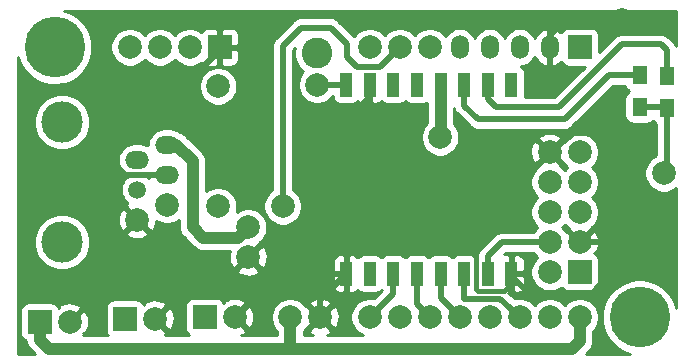
<source format=gbr>
%TF.GenerationSoftware,KiCad,Pcbnew,5.1.9+dfsg1-1*%
%TF.CreationDate,2021-05-22T16:02:53+02:00*%
%TF.ProjectId,smartyreader_ng_lora,736d6172-7479-4726-9561-6465725f6e67,rev?*%
%TF.SameCoordinates,Original*%
%TF.FileFunction,Copper,L2,Bot*%
%TF.FilePolarity,Positive*%
%FSLAX46Y46*%
G04 Gerber Fmt 4.6, Leading zero omitted, Abs format (unit mm)*
G04 Created by KiCad (PCBNEW 5.1.9+dfsg1-1) date 2021-05-22 16:02:53*
%MOMM*%
%LPD*%
G01*
G04 APERTURE LIST*
%TA.AperFunction,SMDPad,CuDef*%
%ADD10R,1.300000X1.500000*%
%TD*%
%TA.AperFunction,ComponentPad*%
%ADD11C,2.600000*%
%TD*%
%TA.AperFunction,ComponentPad*%
%ADD12C,1.998980*%
%TD*%
%TA.AperFunction,ComponentPad*%
%ADD13R,1.998980X1.998980*%
%TD*%
%TA.AperFunction,SMDPad,CuDef*%
%ADD14R,1.000000X2.000000*%
%TD*%
%TA.AperFunction,ComponentPad*%
%ADD15O,1.500000X1.998980*%
%TD*%
%TA.AperFunction,ComponentPad*%
%ADD16C,1.500000*%
%TD*%
%TA.AperFunction,ComponentPad*%
%ADD17O,2.000000X1.500000*%
%TD*%
%TA.AperFunction,ComponentPad*%
%ADD18C,2.000000*%
%TD*%
%TA.AperFunction,ComponentPad*%
%ADD19C,3.500000*%
%TD*%
%TA.AperFunction,ComponentPad*%
%ADD20C,5.128260*%
%TD*%
%TA.AperFunction,ViaPad*%
%ADD21C,2.000000*%
%TD*%
%TA.AperFunction,Conductor*%
%ADD22C,0.500000*%
%TD*%
%TA.AperFunction,Conductor*%
%ADD23C,0.400000*%
%TD*%
%TA.AperFunction,Conductor*%
%ADD24C,1.000000*%
%TD*%
%TA.AperFunction,Conductor*%
%ADD25C,0.254000*%
%TD*%
%TA.AperFunction,Conductor*%
%ADD26C,0.100000*%
%TD*%
G04 APERTURE END LIST*
D10*
%TO.P,D2,1*%
%TO.N,Net-(D2-Pad1)*%
X155956000Y-110410000D03*
%TO.P,D2,2*%
%TO.N,Net-(D1-Pad2)*%
X155956000Y-113110000D03*
%TD*%
%TO.P,D1,2*%
%TO.N,Net-(D1-Pad2)*%
X153670000Y-113030000D03*
%TO.P,D1,1*%
%TO.N,Net-(D1-Pad1)*%
X153670000Y-110330000D03*
%TD*%
D11*
%TO.P,J7,1*%
%TO.N,Net-(J6-Pad1)*%
X126365000Y-108458000D03*
%TD*%
D12*
%TO.P,C3,2*%
%TO.N,~*%
X126619000Y-130810000D03*
%TO.P,C3,1*%
%TO.N,+3.3V*%
X124079000Y-130810000D03*
%TD*%
%TO.P,C1,2*%
%TO.N,~*%
X120523000Y-125730000D03*
%TO.P,C1,1*%
%TO.N,+5V*%
X120523000Y-123190000D03*
%TD*%
%TO.P,C2,2*%
%TO.N,~*%
X112649000Y-130937000D03*
D13*
%TO.P,C2,1*%
%TO.N,+5V*%
X110109000Y-130937000D03*
%TD*%
D12*
%TO.P,R4,2*%
%TO.N,Net-(J1-Pad5)*%
X117983000Y-121412000D03*
%TO.P,R4,1*%
%TO.N,+3.3V*%
X117983000Y-111252000D03*
%TD*%
D13*
%TO.P,J3,1*%
%TO.N,N/C*%
X148590000Y-127000000D03*
D12*
%TO.P,J3,2*%
X146050000Y-127000000D03*
%TO.P,J3,3*%
%TO.N,~*%
X148590000Y-124460000D03*
%TO.P,J3,4*%
%TO.N,Net-(J3-Pad4)*%
X146050000Y-124460000D03*
%TO.P,J3,5*%
%TO.N,Net-(J3-Pad5)*%
X148590000Y-121920000D03*
%TO.P,J3,6*%
%TO.N,Net-(J3-Pad6)*%
X146050000Y-121920000D03*
%TO.P,J3,7*%
%TO.N,Net-(D1-Pad2)*%
X148590000Y-119380000D03*
%TO.P,J3,8*%
%TO.N,N/C*%
X146050000Y-119380000D03*
%TO.P,J3,9*%
%TO.N,+5V*%
X148590000Y-116840000D03*
%TO.P,J3,10*%
%TO.N,~*%
X146050000Y-116840000D03*
%TD*%
D14*
%TO.P,U1,16*%
%TO.N,N/C*%
X142810000Y-111126000D03*
%TO.P,U1,15*%
%TO.N,Net-(D2-Pad1)*%
X140810000Y-111126000D03*
%TO.P,U1,14*%
%TO.N,Net-(D1-Pad1)*%
X138810000Y-111126000D03*
%TO.P,U1,13*%
%TO.N,+3.3V*%
X136810000Y-111126000D03*
%TO.P,U1,12*%
%TO.N,N/C*%
X134810000Y-111126000D03*
%TO.P,U1,11*%
X132810000Y-111126000D03*
%TO.P,U1,10*%
%TO.N,~*%
X130810000Y-111126000D03*
%TO.P,U1,9*%
%TO.N,Net-(J6-Pad1)*%
X128810000Y-111126000D03*
%TO.P,U1,8*%
%TO.N,~*%
X128810000Y-127126000D03*
%TO.P,U1,7*%
%TO.N,N/C*%
X130810000Y-127126000D03*
%TO.P,U1,6*%
%TO.N,Net-(U1-Pad6)*%
X132810000Y-127126000D03*
%TO.P,U1,5*%
%TO.N,Net-(U1-Pad5)*%
X134810000Y-127126000D03*
%TO.P,U1,4*%
%TO.N,Net-(J3-Pad6)*%
X136810000Y-127126000D03*
%TO.P,U1,3*%
%TO.N,Net-(J3-Pad5)*%
X138810000Y-127126000D03*
%TO.P,U1,2*%
%TO.N,Net-(J3-Pad4)*%
X140810000Y-127126000D03*
%TO.P,U1,1*%
%TO.N,~*%
X142810000Y-127126000D03*
%TD*%
D12*
%TO.P,W1,16*%
%TO.N,+3.3V*%
X148590000Y-130810000D03*
%TO.P,W1,15*%
%TO.N,Net-(D1-Pad2)*%
X146050000Y-130810000D03*
%TO.P,W1,14*%
%TO.N,Net-(J3-Pad5)*%
X143510000Y-130810000D03*
%TO.P,W1,13*%
%TO.N,Net-(J3-Pad4)*%
X140970000Y-130810000D03*
%TO.P,W1,12*%
%TO.N,Net-(J3-Pad6)*%
X138430000Y-130810000D03*
%TO.P,W1,11*%
%TO.N,Net-(U1-Pad5)*%
X135890000Y-130810000D03*
%TO.P,W1,10*%
%TO.N,N/C*%
X133350000Y-130810000D03*
%TO.P,W1,9*%
%TO.N,Net-(U1-Pad6)*%
X130810000Y-130810000D03*
D13*
%TO.P,W1,1*%
%TO.N,+5V*%
X148590000Y-107950000D03*
D15*
%TO.P,W1,2*%
%TO.N,~*%
X146050000Y-107950000D03*
%TO.P,W1,3*%
%TO.N,N/C*%
X143510000Y-107950000D03*
%TO.P,W1,4*%
X140970000Y-107950000D03*
%TO.P,W1,5*%
%TO.N,Net-(J2-Pad3)*%
X138430000Y-107950000D03*
D12*
%TO.P,W1,6*%
%TO.N,Net-(J2-Pad4)*%
X135890000Y-107950000D03*
%TO.P,W1,7*%
%TO.N,Net-(J1-Pad5)*%
X133350000Y-107950000D03*
%TO.P,W1,8*%
%TO.N,N/C*%
X130810000Y-107950000D03*
%TD*%
%TO.P,J2,4*%
%TO.N,Net-(J2-Pad4)*%
X110490000Y-107950000D03*
%TO.P,J2,3*%
%TO.N,Net-(J2-Pad3)*%
X113030000Y-107950000D03*
%TO.P,J2,2*%
%TO.N,+3.3V*%
X115570000Y-107950000D03*
D13*
%TO.P,J2,1*%
%TO.N,~*%
X118110000Y-107950000D03*
%TD*%
D12*
%TO.P,J4,2*%
%TO.N,~*%
X105410000Y-131191000D03*
D13*
%TO.P,J4,1*%
%TO.N,+3.3V*%
X102870000Y-131191000D03*
%TD*%
%TO.P,J5,1*%
%TO.N,+5V*%
X116840000Y-130810000D03*
D12*
%TO.P,J5,2*%
%TO.N,~*%
X119380000Y-130810000D03*
%TD*%
D16*
%TO.P,J1,4*%
%TO.N,N/C*%
X111125000Y-120015000D03*
D17*
%TO.P,J1,2*%
%TO.N,+5V*%
X111125000Y-117475000D03*
D18*
%TO.P,J1,6*%
%TO.N,~*%
X111125000Y-122555000D03*
D17*
%TO.P,J1,1*%
%TO.N,+5V*%
X113665000Y-116205000D03*
%TO.P,J1,3*%
%TO.N,~*%
X113665000Y-118745000D03*
D18*
%TO.P,J1,5*%
%TO.N,Net-(J1-Pad5)*%
X113665000Y-121285000D03*
D19*
%TO.P,J1,8*%
%TO.N,N/C*%
X104775000Y-124460000D03*
%TO.P,J1,7*%
X104775000Y-114300000D03*
%TD*%
D20*
%TO.P,H1,1*%
%TO.N,N/C*%
X104140000Y-107950000D03*
%TD*%
%TO.P,H2,1*%
%TO.N,N/C*%
X153670000Y-130810000D03*
%TD*%
D21*
%TO.N,Net-(J1-Pad5)*%
X123444000Y-121412000D03*
%TO.N,~*%
X120523000Y-113030000D03*
X127635000Y-113947000D03*
X152146000Y-115189000D03*
X152146000Y-105664000D03*
%TO.N,Net-(J6-Pad1)*%
X126365000Y-111125000D03*
%TO.N,+3.3V*%
X136779000Y-115570000D03*
%TO.N,Net-(D1-Pad2)*%
X155702000Y-118618000D03*
%TD*%
D22*
%TO.N,Net-(J1-Pad5)*%
X131699000Y-109625999D02*
X131909999Y-109390001D01*
X129710001Y-109625999D02*
X131699000Y-109625999D01*
X128905000Y-108820998D02*
X129710001Y-109625999D01*
X128905000Y-107696000D02*
X128905000Y-108820998D01*
X124968000Y-106299000D02*
X127508000Y-106299000D01*
X123444000Y-107823000D02*
X124968000Y-106299000D01*
X131909999Y-109390001D02*
X133350000Y-107950000D01*
X127508000Y-106299000D02*
X128905000Y-107696000D01*
X123444000Y-117983000D02*
X123444000Y-107823000D01*
X123444000Y-117983000D02*
X123444000Y-121412000D01*
%TO.N,Net-(J3-Pad4)*%
X140810000Y-127126000D02*
X140810000Y-125636000D01*
X141986000Y-124460000D02*
X146050000Y-124460000D01*
X140810000Y-125636000D02*
X141986000Y-124460000D01*
%TO.N,Net-(J3-Pad5)*%
X141859000Y-129286000D02*
X143510000Y-130810000D01*
X138811000Y-129286000D02*
X141859000Y-129286000D01*
X138810000Y-128142000D02*
X138811000Y-129286000D01*
X138810000Y-127126000D02*
X138810000Y-128142000D01*
%TO.N,Net-(J3-Pad6)*%
X136810000Y-129190000D02*
X138430000Y-130810000D01*
X136810000Y-127126000D02*
X136810000Y-129190000D01*
%TO.N,~*%
X113665000Y-118745000D02*
X109347000Y-118745000D01*
X109347000Y-118745000D02*
X109220000Y-118872000D01*
X118110000Y-107950000D02*
X118110000Y-108204000D01*
X118110000Y-108204000D02*
X113284000Y-113030000D01*
X113284000Y-113030000D02*
X113284000Y-114046000D01*
X109220000Y-120650000D02*
X111125000Y-122555000D01*
X109220000Y-115316000D02*
X109220000Y-118872000D01*
X109220000Y-118872000D02*
X109220000Y-120650000D01*
X110490000Y-114046000D02*
X109220000Y-115316000D01*
X113792000Y-114046000D02*
X113284000Y-114046000D01*
X113284000Y-114046000D02*
X110490000Y-114046000D01*
X114808000Y-115062000D02*
X113792000Y-114046000D01*
X119380000Y-115062000D02*
X114808000Y-115062000D01*
X119634000Y-115316000D02*
X119380000Y-115062000D01*
X119634000Y-113919000D02*
X120523000Y-113030000D01*
X119634000Y-115316000D02*
X119634000Y-113919000D01*
X126619000Y-130810000D02*
X126619000Y-129317000D01*
X119380000Y-130810000D02*
X121666000Y-128524000D01*
X126746000Y-128524000D02*
X127079000Y-128857000D01*
X121666000Y-128524000D02*
X126746000Y-128524000D01*
X127079000Y-128857000D02*
X128810000Y-127126000D01*
X126619000Y-129317000D02*
X127079000Y-128857000D01*
X129049213Y-113947000D02*
X130810000Y-112186213D01*
X130810000Y-112186213D02*
X130810000Y-111126000D01*
X127635000Y-113947000D02*
X129049213Y-113947000D01*
X121666000Y-126873000D02*
X120523000Y-125730000D01*
X121666000Y-128524000D02*
X121666000Y-126873000D01*
D23*
X128810000Y-125726000D02*
X128810000Y-127126000D01*
X129187000Y-125349000D02*
X128810000Y-125726000D01*
X139446000Y-125349000D02*
X129187000Y-125349000D01*
X139827000Y-128453002D02*
X139827000Y-125730000D01*
X142163481Y-128600518D02*
X142148953Y-128585990D01*
X139827000Y-125730000D02*
X139446000Y-125349000D01*
X142148953Y-128585990D02*
X139959988Y-128585990D01*
X142810000Y-127954000D02*
X142163481Y-128600518D01*
X139959988Y-128585990D02*
X139827000Y-128453002D01*
X142810000Y-127126000D02*
X142810000Y-127954000D01*
D22*
X148082000Y-115189000D02*
X146050000Y-116840000D01*
X152146000Y-115189000D02*
X148082000Y-115189000D01*
X149606000Y-124460000D02*
X148590000Y-124460000D01*
X152146000Y-124460000D02*
X149606000Y-124460000D01*
X152146000Y-124460000D02*
X152146000Y-115189000D01*
X149710982Y-128778000D02*
X152146000Y-125730000D01*
X152146000Y-125730000D02*
X152146000Y-124460000D01*
X144272000Y-128778000D02*
X149710982Y-128778000D01*
X142810000Y-127316000D02*
X144272000Y-128778000D01*
X142810000Y-127126000D02*
X142810000Y-127316000D01*
X146050000Y-106934000D02*
X146050000Y-107950000D01*
X151384000Y-105537000D02*
X147447000Y-105537000D01*
X147447000Y-105537000D02*
X146050000Y-106934000D01*
X152146000Y-105664000D02*
X151384000Y-105537000D01*
%TO.N,Net-(J6-Pad1)*%
X128809000Y-111125000D02*
X128810000Y-111126000D01*
X126365000Y-111125000D02*
X128809000Y-111125000D01*
%TO.N,Net-(U1-Pad5)*%
X134810000Y-129730000D02*
X135890000Y-130810000D01*
X134810000Y-127126000D02*
X134810000Y-129730000D01*
D24*
%TO.N,+5V*%
X116713000Y-124079000D02*
X115824000Y-123190000D01*
X115824000Y-123190000D02*
X115824000Y-117602000D01*
X114427000Y-116205000D02*
X113665000Y-116205000D01*
X115824000Y-117602000D02*
X114427000Y-116205000D01*
X119634000Y-124079000D02*
X120523000Y-123190000D01*
X116713000Y-124079000D02*
X119634000Y-124079000D01*
%TO.N,+3.3V*%
X103632000Y-133477000D02*
X102870000Y-132715000D01*
X102870000Y-132715000D02*
X102870000Y-131191000D01*
X124079000Y-133350000D02*
X124206000Y-133477000D01*
X124079000Y-130810000D02*
X124079000Y-133350000D01*
X124206000Y-133477000D02*
X103632000Y-133477000D01*
X136810000Y-115539000D02*
X136779000Y-115570000D01*
X136810000Y-111126000D02*
X136810000Y-115539000D01*
X147955000Y-133477000D02*
X124206000Y-133477000D01*
X148590000Y-130810000D02*
X148590000Y-132842000D01*
X148590000Y-132842000D02*
X147955000Y-133477000D01*
D22*
%TO.N,Net-(D1-Pad2)*%
X155876000Y-113030000D02*
X155956000Y-113110000D01*
X153670000Y-113030000D02*
X155876000Y-113030000D01*
X155956000Y-118364000D02*
X155702000Y-118618000D01*
X155956000Y-113110000D02*
X155956000Y-118364000D01*
%TO.N,Net-(D1-Pad1)*%
X138810000Y-111126000D02*
X138810000Y-112902000D01*
X138810000Y-112902000D02*
X139954000Y-114046000D01*
X139954000Y-114046000D02*
X147320000Y-114046000D01*
X151036000Y-110330000D02*
X153670000Y-110330000D01*
X147320000Y-114046000D02*
X151036000Y-110330000D01*
%TO.N,Net-(D2-Pad1)*%
X140810000Y-111126000D02*
X140810000Y-112362000D01*
X140810000Y-112362000D02*
X141478000Y-113030000D01*
X141478000Y-113030000D02*
X146812000Y-113030000D01*
X146812000Y-113030000D02*
X152146000Y-107696000D01*
X152146000Y-107696000D02*
X155448000Y-107696000D01*
X155956000Y-108204000D02*
X155956000Y-110410000D01*
X155448000Y-107696000D02*
X155956000Y-108204000D01*
%TO.N,Net-(U1-Pad6)*%
X132810000Y-126725998D02*
X132810000Y-127126000D01*
X132810000Y-128810000D02*
X132810000Y-127126000D01*
X130810000Y-130810000D02*
X132810000Y-128810000D01*
%TD*%
D25*
%TO.N,~*%
X156770000Y-107849489D02*
X156695411Y-107709941D01*
X156584817Y-107575183D01*
X156551045Y-107547467D01*
X156104534Y-107100956D01*
X156076817Y-107067183D01*
X155942059Y-106956589D01*
X155788313Y-106874411D01*
X155621490Y-106823805D01*
X155491477Y-106811000D01*
X155491469Y-106811000D01*
X155448000Y-106806719D01*
X155404531Y-106811000D01*
X152189465Y-106811000D01*
X152145999Y-106806719D01*
X152102533Y-106811000D01*
X152102523Y-106811000D01*
X151972510Y-106823805D01*
X151805687Y-106874411D01*
X151651941Y-106956589D01*
X151651939Y-106956590D01*
X151651940Y-106956590D01*
X151550953Y-107039468D01*
X151550951Y-107039470D01*
X151517183Y-107067183D01*
X151489470Y-107100951D01*
X150227562Y-108362859D01*
X150227562Y-106950510D01*
X150215302Y-106826028D01*
X150178992Y-106706330D01*
X150120027Y-106596016D01*
X150040675Y-106499325D01*
X149943984Y-106419973D01*
X149833670Y-106361008D01*
X149713972Y-106324698D01*
X149589490Y-106312438D01*
X147590510Y-106312438D01*
X147466028Y-106324698D01*
X147346330Y-106361008D01*
X147236016Y-106419973D01*
X147139325Y-106499325D01*
X147059973Y-106596016D01*
X147008599Y-106692129D01*
X146966471Y-106647489D01*
X146743427Y-106488928D01*
X146493735Y-106376927D01*
X146391185Y-106358192D01*
X146177000Y-106480854D01*
X146177000Y-107823000D01*
X146197000Y-107823000D01*
X146197000Y-108077000D01*
X146177000Y-108077000D01*
X146177000Y-109419146D01*
X146391185Y-109541808D01*
X146493735Y-109523073D01*
X146743427Y-109411072D01*
X146966471Y-109252511D01*
X147008599Y-109207871D01*
X147059973Y-109303984D01*
X147139325Y-109400675D01*
X147236016Y-109480027D01*
X147346330Y-109538992D01*
X147466028Y-109575302D01*
X147590510Y-109587562D01*
X149002859Y-109587562D01*
X146445422Y-112145000D01*
X143946201Y-112145000D01*
X143948072Y-112126000D01*
X143948072Y-110126000D01*
X143935812Y-110001518D01*
X143899502Y-109881820D01*
X143840537Y-109771506D01*
X143761185Y-109674815D01*
X143664494Y-109595463D01*
X143633707Y-109579007D01*
X143781506Y-109564450D01*
X144042580Y-109485254D01*
X144283187Y-109356647D01*
X144494080Y-109183571D01*
X144667157Y-108972678D01*
X144778510Y-108764352D01*
X144800317Y-108821636D01*
X144945704Y-109053483D01*
X145133529Y-109252511D01*
X145356573Y-109411072D01*
X145606265Y-109523073D01*
X145708815Y-109541808D01*
X145923000Y-109419146D01*
X145923000Y-108077000D01*
X145903000Y-108077000D01*
X145903000Y-107823000D01*
X145923000Y-107823000D01*
X145923000Y-106480854D01*
X145708815Y-106358192D01*
X145606265Y-106376927D01*
X145356573Y-106488928D01*
X145133529Y-106647489D01*
X144945704Y-106846517D01*
X144800317Y-107078364D01*
X144778510Y-107135649D01*
X144667157Y-106927322D01*
X144494081Y-106716429D01*
X144283188Y-106543353D01*
X144042581Y-106414746D01*
X143781507Y-106335550D01*
X143510000Y-106308809D01*
X143238494Y-106335550D01*
X142977420Y-106414746D01*
X142736813Y-106543353D01*
X142525920Y-106716429D01*
X142352843Y-106927322D01*
X142240000Y-107138437D01*
X142127157Y-106927322D01*
X141954081Y-106716429D01*
X141743188Y-106543353D01*
X141502581Y-106414746D01*
X141241507Y-106335550D01*
X140970000Y-106308809D01*
X140698494Y-106335550D01*
X140437420Y-106414746D01*
X140196813Y-106543353D01*
X139985920Y-106716429D01*
X139812843Y-106927322D01*
X139700000Y-107138437D01*
X139587157Y-106927322D01*
X139414081Y-106716429D01*
X139203188Y-106543353D01*
X138962581Y-106414746D01*
X138701507Y-106335550D01*
X138430000Y-106308809D01*
X138158494Y-106335550D01*
X137897420Y-106414746D01*
X137656813Y-106543353D01*
X137445920Y-106716429D01*
X137272843Y-106927322D01*
X137228227Y-107010793D01*
X137159592Y-106908073D01*
X136931927Y-106680408D01*
X136664222Y-106501533D01*
X136366763Y-106378322D01*
X136050983Y-106315510D01*
X135729017Y-106315510D01*
X135413237Y-106378322D01*
X135115778Y-106501533D01*
X134848073Y-106680408D01*
X134620408Y-106908073D01*
X134620000Y-106908684D01*
X134619592Y-106908073D01*
X134391927Y-106680408D01*
X134124222Y-106501533D01*
X133826763Y-106378322D01*
X133510983Y-106315510D01*
X133189017Y-106315510D01*
X132873237Y-106378322D01*
X132575778Y-106501533D01*
X132308073Y-106680408D01*
X132080408Y-106908073D01*
X132080000Y-106908684D01*
X132079592Y-106908073D01*
X131851927Y-106680408D01*
X131584222Y-106501533D01*
X131286763Y-106378322D01*
X130970983Y-106315510D01*
X130649017Y-106315510D01*
X130333237Y-106378322D01*
X130035778Y-106501533D01*
X129768073Y-106680408D01*
X129540408Y-106908073D01*
X129471612Y-107011033D01*
X128164534Y-105703956D01*
X128136817Y-105670183D01*
X128002059Y-105559589D01*
X127848313Y-105477411D01*
X127681490Y-105426805D01*
X127551477Y-105414000D01*
X127551469Y-105414000D01*
X127508000Y-105409719D01*
X127464531Y-105414000D01*
X125011465Y-105414000D01*
X124967999Y-105409719D01*
X124924533Y-105414000D01*
X124924523Y-105414000D01*
X124794510Y-105426805D01*
X124627687Y-105477411D01*
X124473941Y-105559589D01*
X124473939Y-105559590D01*
X124473940Y-105559590D01*
X124372953Y-105642468D01*
X124372951Y-105642470D01*
X124339183Y-105670183D01*
X124311470Y-105703951D01*
X122848951Y-107166471D01*
X122815184Y-107194183D01*
X122787471Y-107227951D01*
X122787468Y-107227954D01*
X122704590Y-107328941D01*
X122622412Y-107482687D01*
X122571805Y-107649510D01*
X122554719Y-107823000D01*
X122559001Y-107866479D01*
X122559000Y-117939523D01*
X122559000Y-117939524D01*
X122559001Y-120036940D01*
X122401748Y-120142013D01*
X122174013Y-120369748D01*
X121995082Y-120637537D01*
X121871832Y-120935088D01*
X121809000Y-121250967D01*
X121809000Y-121573033D01*
X121871832Y-121888912D01*
X121995082Y-122186463D01*
X122174013Y-122454252D01*
X122401748Y-122681987D01*
X122669537Y-122860918D01*
X122967088Y-122984168D01*
X123282967Y-123047000D01*
X123605033Y-123047000D01*
X123920912Y-122984168D01*
X124218463Y-122860918D01*
X124486252Y-122681987D01*
X124713987Y-122454252D01*
X124892918Y-122186463D01*
X125016168Y-121888912D01*
X125079000Y-121573033D01*
X125079000Y-121250967D01*
X125016168Y-120935088D01*
X124892918Y-120637537D01*
X124713987Y-120369748D01*
X124486252Y-120142013D01*
X124329000Y-120036941D01*
X124329000Y-108189578D01*
X124474407Y-108044172D01*
X124430000Y-108267419D01*
X124430000Y-108648581D01*
X124504361Y-109022419D01*
X124650225Y-109374566D01*
X124861987Y-109691491D01*
X125131509Y-109961013D01*
X125182606Y-109995155D01*
X125095013Y-110082748D01*
X124916082Y-110350537D01*
X124792832Y-110648088D01*
X124730000Y-110963967D01*
X124730000Y-111286033D01*
X124792832Y-111601912D01*
X124916082Y-111899463D01*
X125095013Y-112167252D01*
X125322748Y-112394987D01*
X125590537Y-112573918D01*
X125888088Y-112697168D01*
X126203967Y-112760000D01*
X126526033Y-112760000D01*
X126841912Y-112697168D01*
X127139463Y-112573918D01*
X127407252Y-112394987D01*
X127634987Y-112167252D01*
X127671928Y-112111966D01*
X127671928Y-112126000D01*
X127684188Y-112250482D01*
X127720498Y-112370180D01*
X127779463Y-112480494D01*
X127858815Y-112577185D01*
X127955506Y-112656537D01*
X128065820Y-112715502D01*
X128185518Y-112751812D01*
X128310000Y-112764072D01*
X129310000Y-112764072D01*
X129434482Y-112751812D01*
X129554180Y-112715502D01*
X129664494Y-112656537D01*
X129761185Y-112577185D01*
X129810000Y-112517704D01*
X129858815Y-112577185D01*
X129955506Y-112656537D01*
X130065820Y-112715502D01*
X130185518Y-112751812D01*
X130310000Y-112764072D01*
X130524250Y-112761000D01*
X130683000Y-112602250D01*
X130683000Y-111253000D01*
X130663000Y-111253000D01*
X130663000Y-110999000D01*
X130683000Y-110999000D01*
X130683000Y-110979000D01*
X130937000Y-110979000D01*
X130937000Y-110999000D01*
X130957000Y-110999000D01*
X130957000Y-111253000D01*
X130937000Y-111253000D01*
X130937000Y-112602250D01*
X131095750Y-112761000D01*
X131310000Y-112764072D01*
X131434482Y-112751812D01*
X131554180Y-112715502D01*
X131664494Y-112656537D01*
X131761185Y-112577185D01*
X131810000Y-112517704D01*
X131858815Y-112577185D01*
X131955506Y-112656537D01*
X132065820Y-112715502D01*
X132185518Y-112751812D01*
X132310000Y-112764072D01*
X133310000Y-112764072D01*
X133434482Y-112751812D01*
X133554180Y-112715502D01*
X133664494Y-112656537D01*
X133761185Y-112577185D01*
X133810000Y-112517704D01*
X133858815Y-112577185D01*
X133955506Y-112656537D01*
X134065820Y-112715502D01*
X134185518Y-112751812D01*
X134310000Y-112764072D01*
X135310000Y-112764072D01*
X135434482Y-112751812D01*
X135554180Y-112715502D01*
X135664494Y-112656537D01*
X135675000Y-112647915D01*
X135675001Y-114361760D01*
X135509013Y-114527748D01*
X135330082Y-114795537D01*
X135206832Y-115093088D01*
X135144000Y-115408967D01*
X135144000Y-115731033D01*
X135206832Y-116046912D01*
X135330082Y-116344463D01*
X135509013Y-116612252D01*
X135736748Y-116839987D01*
X136004537Y-117018918D01*
X136302088Y-117142168D01*
X136617967Y-117205000D01*
X136940033Y-117205000D01*
X137255912Y-117142168D01*
X137553463Y-117018918D01*
X137727522Y-116902615D01*
X144408795Y-116902615D01*
X144452546Y-117221595D01*
X144557686Y-117525911D01*
X144650601Y-117699742D01*
X144914950Y-117795445D01*
X145870395Y-116840000D01*
X144914950Y-115884555D01*
X144650601Y-115980258D01*
X144509762Y-116269787D01*
X144428115Y-116581229D01*
X144408795Y-116902615D01*
X137727522Y-116902615D01*
X137821252Y-116839987D01*
X138048987Y-116612252D01*
X138227918Y-116344463D01*
X138351168Y-116046912D01*
X138414000Y-115731033D01*
X138414000Y-115704950D01*
X145094555Y-115704950D01*
X146050000Y-116660395D01*
X147005445Y-115704950D01*
X146909742Y-115440601D01*
X146620213Y-115299762D01*
X146308771Y-115218115D01*
X145987385Y-115198795D01*
X145668405Y-115242546D01*
X145364089Y-115347686D01*
X145190258Y-115440601D01*
X145094555Y-115704950D01*
X138414000Y-115704950D01*
X138414000Y-115408967D01*
X138351168Y-115093088D01*
X138227918Y-114795537D01*
X138048987Y-114527748D01*
X137945000Y-114423761D01*
X137945000Y-113099208D01*
X137988412Y-113242313D01*
X138070590Y-113396059D01*
X138153468Y-113497046D01*
X138153471Y-113497049D01*
X138181184Y-113530817D01*
X138214951Y-113558529D01*
X139297470Y-114641049D01*
X139325183Y-114674817D01*
X139358951Y-114702530D01*
X139358953Y-114702532D01*
X139395531Y-114732551D01*
X139459941Y-114785411D01*
X139613687Y-114867589D01*
X139780510Y-114918195D01*
X139910523Y-114931000D01*
X139910533Y-114931000D01*
X139953999Y-114935281D01*
X139997465Y-114931000D01*
X147276531Y-114931000D01*
X147320000Y-114935281D01*
X147363469Y-114931000D01*
X147363477Y-114931000D01*
X147493490Y-114918195D01*
X147660313Y-114867589D01*
X147814059Y-114785411D01*
X147948817Y-114674817D01*
X147976534Y-114641044D01*
X151402579Y-111215000D01*
X152397379Y-111215000D01*
X152430498Y-111324180D01*
X152489463Y-111434494D01*
X152568815Y-111531185D01*
X152665506Y-111610537D01*
X152775820Y-111669502D01*
X152810427Y-111680000D01*
X152775820Y-111690498D01*
X152665506Y-111749463D01*
X152568815Y-111828815D01*
X152489463Y-111925506D01*
X152430498Y-112035820D01*
X152394188Y-112155518D01*
X152381928Y-112280000D01*
X152381928Y-113780000D01*
X152394188Y-113904482D01*
X152430498Y-114024180D01*
X152489463Y-114134494D01*
X152568815Y-114231185D01*
X152665506Y-114310537D01*
X152775820Y-114369502D01*
X152895518Y-114405812D01*
X153020000Y-114418072D01*
X154320000Y-114418072D01*
X154444482Y-114405812D01*
X154564180Y-114369502D01*
X154674494Y-114310537D01*
X154771185Y-114231185D01*
X154780173Y-114220233D01*
X154854815Y-114311185D01*
X154951506Y-114390537D01*
X155061820Y-114449502D01*
X155071000Y-114452287D01*
X155071001Y-117109657D01*
X154927537Y-117169082D01*
X154659748Y-117348013D01*
X154432013Y-117575748D01*
X154253082Y-117843537D01*
X154129832Y-118141088D01*
X154067000Y-118456967D01*
X154067000Y-118779033D01*
X154129832Y-119094912D01*
X154253082Y-119392463D01*
X154432013Y-119660252D01*
X154659748Y-119887987D01*
X154927537Y-120066918D01*
X155225088Y-120190168D01*
X155540967Y-120253000D01*
X155863033Y-120253000D01*
X156178912Y-120190168D01*
X156476463Y-120066918D01*
X156744252Y-119887987D01*
X156770001Y-119862238D01*
X156770001Y-129996558D01*
X156746189Y-129876848D01*
X156505032Y-129294644D01*
X156154926Y-128770674D01*
X155709326Y-128325074D01*
X155185356Y-127974968D01*
X154603152Y-127733811D01*
X153985087Y-127610870D01*
X153354913Y-127610870D01*
X152736848Y-127733811D01*
X152154644Y-127974968D01*
X151630674Y-128325074D01*
X151185074Y-128770674D01*
X150834968Y-129294644D01*
X150593811Y-129876848D01*
X150470870Y-130494913D01*
X150470870Y-131125087D01*
X150593811Y-131743152D01*
X150834968Y-132325356D01*
X151185074Y-132849326D01*
X151630674Y-133294926D01*
X152154644Y-133645032D01*
X152736848Y-133886189D01*
X152856554Y-133910000D01*
X149127132Y-133910000D01*
X149353140Y-133683992D01*
X149396449Y-133648449D01*
X149538284Y-133475623D01*
X149643676Y-133278447D01*
X149708577Y-133064499D01*
X149725000Y-132897752D01*
X149730491Y-132842000D01*
X149725000Y-132786248D01*
X149725000Y-131986519D01*
X149859592Y-131851927D01*
X150038467Y-131584222D01*
X150161678Y-131286763D01*
X150224490Y-130970983D01*
X150224490Y-130649017D01*
X150161678Y-130333237D01*
X150038467Y-130035778D01*
X149859592Y-129768073D01*
X149631927Y-129540408D01*
X149364222Y-129361533D01*
X149066763Y-129238322D01*
X148750983Y-129175510D01*
X148429017Y-129175510D01*
X148113237Y-129238322D01*
X147815778Y-129361533D01*
X147548073Y-129540408D01*
X147320408Y-129768073D01*
X147320000Y-129768684D01*
X147319592Y-129768073D01*
X147091927Y-129540408D01*
X146824222Y-129361533D01*
X146526763Y-129238322D01*
X146210983Y-129175510D01*
X145889017Y-129175510D01*
X145573237Y-129238322D01*
X145275778Y-129361533D01*
X145008073Y-129540408D01*
X144780408Y-129768073D01*
X144780000Y-129768684D01*
X144779592Y-129768073D01*
X144551927Y-129540408D01*
X144284222Y-129361533D01*
X143986763Y-129238322D01*
X143670983Y-129175510D01*
X143349017Y-129175510D01*
X143098134Y-129225413D01*
X142558219Y-128727031D01*
X142683000Y-128602250D01*
X142683000Y-127253000D01*
X142937000Y-127253000D01*
X142937000Y-128602250D01*
X143095750Y-128761000D01*
X143310000Y-128764072D01*
X143434482Y-128751812D01*
X143554180Y-128715502D01*
X143664494Y-128656537D01*
X143761185Y-128577185D01*
X143840537Y-128480494D01*
X143899502Y-128370180D01*
X143935812Y-128250482D01*
X143948072Y-128126000D01*
X143945000Y-127411750D01*
X143786250Y-127253000D01*
X142937000Y-127253000D01*
X142683000Y-127253000D01*
X142663000Y-127253000D01*
X142663000Y-126999000D01*
X142683000Y-126999000D01*
X142683000Y-125649750D01*
X142937000Y-125649750D01*
X142937000Y-126999000D01*
X143786250Y-126999000D01*
X143945000Y-126840250D01*
X143948072Y-126126000D01*
X143935812Y-126001518D01*
X143899502Y-125881820D01*
X143840537Y-125771506D01*
X143761185Y-125674815D01*
X143664494Y-125595463D01*
X143554180Y-125536498D01*
X143434482Y-125500188D01*
X143310000Y-125487928D01*
X143095750Y-125491000D01*
X142937000Y-125649750D01*
X142683000Y-125649750D01*
X142524250Y-125491000D01*
X142310000Y-125487928D01*
X142198688Y-125498891D01*
X142352579Y-125345000D01*
X144675553Y-125345000D01*
X144780408Y-125501927D01*
X145008073Y-125729592D01*
X145008684Y-125730000D01*
X145008073Y-125730408D01*
X144780408Y-125958073D01*
X144601533Y-126225778D01*
X144478322Y-126523237D01*
X144415510Y-126839017D01*
X144415510Y-127160983D01*
X144478322Y-127476763D01*
X144601533Y-127774222D01*
X144780408Y-128041927D01*
X145008073Y-128269592D01*
X145275778Y-128448467D01*
X145573237Y-128571678D01*
X145889017Y-128634490D01*
X146210983Y-128634490D01*
X146526763Y-128571678D01*
X146824222Y-128448467D01*
X147035144Y-128307533D01*
X147059973Y-128353984D01*
X147139325Y-128450675D01*
X147236016Y-128530027D01*
X147346330Y-128588992D01*
X147466028Y-128625302D01*
X147590510Y-128637562D01*
X149589490Y-128637562D01*
X149713972Y-128625302D01*
X149833670Y-128588992D01*
X149943984Y-128530027D01*
X150040675Y-128450675D01*
X150120027Y-128353984D01*
X150178992Y-128243670D01*
X150215302Y-128123972D01*
X150227562Y-127999490D01*
X150227562Y-126000510D01*
X150215302Y-125876028D01*
X150178992Y-125756330D01*
X150120027Y-125646016D01*
X150040675Y-125549325D01*
X149943984Y-125469973D01*
X149833670Y-125411008D01*
X149781238Y-125395103D01*
X149989399Y-125319742D01*
X150130238Y-125030213D01*
X150211885Y-124718771D01*
X150231205Y-124397385D01*
X150187454Y-124078405D01*
X150082314Y-123774089D01*
X149989399Y-123600258D01*
X149725050Y-123504555D01*
X148769605Y-124460000D01*
X148783748Y-124474143D01*
X148604143Y-124653748D01*
X148590000Y-124639605D01*
X148575858Y-124653748D01*
X148396253Y-124474143D01*
X148410395Y-124460000D01*
X147454950Y-123504555D01*
X147392487Y-123527169D01*
X147319592Y-123418073D01*
X147091927Y-123190408D01*
X147091316Y-123190000D01*
X147091927Y-123189592D01*
X147319592Y-122961927D01*
X147320000Y-122961316D01*
X147320408Y-122961927D01*
X147548073Y-123189592D01*
X147657169Y-123262487D01*
X147634555Y-123324950D01*
X148590000Y-124280395D01*
X149545445Y-123324950D01*
X149522831Y-123262487D01*
X149631927Y-123189592D01*
X149859592Y-122961927D01*
X150038467Y-122694222D01*
X150161678Y-122396763D01*
X150224490Y-122080983D01*
X150224490Y-121759017D01*
X150161678Y-121443237D01*
X150038467Y-121145778D01*
X149859592Y-120878073D01*
X149631927Y-120650408D01*
X149631316Y-120650000D01*
X149631927Y-120649592D01*
X149859592Y-120421927D01*
X150038467Y-120154222D01*
X150161678Y-119856763D01*
X150224490Y-119540983D01*
X150224490Y-119219017D01*
X150161678Y-118903237D01*
X150038467Y-118605778D01*
X149859592Y-118338073D01*
X149631927Y-118110408D01*
X149631316Y-118110000D01*
X149631927Y-118109592D01*
X149859592Y-117881927D01*
X150038467Y-117614222D01*
X150161678Y-117316763D01*
X150224490Y-117000983D01*
X150224490Y-116679017D01*
X150161678Y-116363237D01*
X150038467Y-116065778D01*
X149859592Y-115798073D01*
X149631927Y-115570408D01*
X149364222Y-115391533D01*
X149066763Y-115268322D01*
X148750983Y-115205510D01*
X148429017Y-115205510D01*
X148113237Y-115268322D01*
X147815778Y-115391533D01*
X147548073Y-115570408D01*
X147320408Y-115798073D01*
X147247513Y-115907169D01*
X147185050Y-115884555D01*
X146229605Y-116840000D01*
X147185050Y-117795445D01*
X147247513Y-117772831D01*
X147320408Y-117881927D01*
X147548073Y-118109592D01*
X147548684Y-118110000D01*
X147548073Y-118110408D01*
X147320408Y-118338073D01*
X147320000Y-118338684D01*
X147319592Y-118338073D01*
X147091927Y-118110408D01*
X146982831Y-118037513D01*
X147005445Y-117975050D01*
X146050000Y-117019605D01*
X145094555Y-117975050D01*
X145117169Y-118037513D01*
X145008073Y-118110408D01*
X144780408Y-118338073D01*
X144601533Y-118605778D01*
X144478322Y-118903237D01*
X144415510Y-119219017D01*
X144415510Y-119540983D01*
X144478322Y-119856763D01*
X144601533Y-120154222D01*
X144780408Y-120421927D01*
X145008073Y-120649592D01*
X145008684Y-120650000D01*
X145008073Y-120650408D01*
X144780408Y-120878073D01*
X144601533Y-121145778D01*
X144478322Y-121443237D01*
X144415510Y-121759017D01*
X144415510Y-122080983D01*
X144478322Y-122396763D01*
X144601533Y-122694222D01*
X144780408Y-122961927D01*
X145008073Y-123189592D01*
X145008684Y-123190000D01*
X145008073Y-123190408D01*
X144780408Y-123418073D01*
X144675553Y-123575000D01*
X142029465Y-123575000D01*
X141985999Y-123570719D01*
X141942533Y-123575000D01*
X141942523Y-123575000D01*
X141812510Y-123587805D01*
X141645687Y-123638411D01*
X141491941Y-123720589D01*
X141491939Y-123720590D01*
X141491940Y-123720590D01*
X141390953Y-123803468D01*
X141390951Y-123803470D01*
X141357183Y-123831183D01*
X141329470Y-123864951D01*
X140214951Y-124979471D01*
X140181184Y-125007183D01*
X140153471Y-125040951D01*
X140153468Y-125040954D01*
X140070590Y-125141941D01*
X139988412Y-125295687D01*
X139937805Y-125462510D01*
X139922003Y-125622958D01*
X139858815Y-125674815D01*
X139810000Y-125734296D01*
X139761185Y-125674815D01*
X139664494Y-125595463D01*
X139554180Y-125536498D01*
X139434482Y-125500188D01*
X139310000Y-125487928D01*
X138310000Y-125487928D01*
X138185518Y-125500188D01*
X138065820Y-125536498D01*
X137955506Y-125595463D01*
X137858815Y-125674815D01*
X137810000Y-125734296D01*
X137761185Y-125674815D01*
X137664494Y-125595463D01*
X137554180Y-125536498D01*
X137434482Y-125500188D01*
X137310000Y-125487928D01*
X136310000Y-125487928D01*
X136185518Y-125500188D01*
X136065820Y-125536498D01*
X135955506Y-125595463D01*
X135858815Y-125674815D01*
X135810000Y-125734296D01*
X135761185Y-125674815D01*
X135664494Y-125595463D01*
X135554180Y-125536498D01*
X135434482Y-125500188D01*
X135310000Y-125487928D01*
X134310000Y-125487928D01*
X134185518Y-125500188D01*
X134065820Y-125536498D01*
X133955506Y-125595463D01*
X133858815Y-125674815D01*
X133810000Y-125734296D01*
X133761185Y-125674815D01*
X133664494Y-125595463D01*
X133554180Y-125536498D01*
X133434482Y-125500188D01*
X133310000Y-125487928D01*
X132310000Y-125487928D01*
X132185518Y-125500188D01*
X132065820Y-125536498D01*
X131955506Y-125595463D01*
X131858815Y-125674815D01*
X131810000Y-125734296D01*
X131761185Y-125674815D01*
X131664494Y-125595463D01*
X131554180Y-125536498D01*
X131434482Y-125500188D01*
X131310000Y-125487928D01*
X130310000Y-125487928D01*
X130185518Y-125500188D01*
X130065820Y-125536498D01*
X129955506Y-125595463D01*
X129858815Y-125674815D01*
X129810000Y-125734296D01*
X129761185Y-125674815D01*
X129664494Y-125595463D01*
X129554180Y-125536498D01*
X129434482Y-125500188D01*
X129310000Y-125487928D01*
X129095750Y-125491000D01*
X128937000Y-125649750D01*
X128937000Y-126999000D01*
X128957000Y-126999000D01*
X128957000Y-127253000D01*
X128937000Y-127253000D01*
X128937000Y-128602250D01*
X129095750Y-128761000D01*
X129310000Y-128764072D01*
X129434482Y-128751812D01*
X129554180Y-128715502D01*
X129664494Y-128656537D01*
X129761185Y-128577185D01*
X129810000Y-128517704D01*
X129858815Y-128577185D01*
X129955506Y-128656537D01*
X130065820Y-128715502D01*
X130185518Y-128751812D01*
X130310000Y-128764072D01*
X131310000Y-128764072D01*
X131434482Y-128751812D01*
X131554180Y-128715502D01*
X131664494Y-128656537D01*
X131761185Y-128577185D01*
X131810000Y-128517704D01*
X131828354Y-128540068D01*
X131156091Y-129212330D01*
X130970983Y-129175510D01*
X130649017Y-129175510D01*
X130333237Y-129238322D01*
X130035778Y-129361533D01*
X129768073Y-129540408D01*
X129540408Y-129768073D01*
X129361533Y-130035778D01*
X129238322Y-130333237D01*
X129175510Y-130649017D01*
X129175510Y-130970983D01*
X129238322Y-131286763D01*
X129361533Y-131584222D01*
X129540408Y-131851927D01*
X129768073Y-132079592D01*
X130035778Y-132258467D01*
X130237445Y-132342000D01*
X127190044Y-132342000D01*
X127304911Y-132302314D01*
X127478742Y-132209399D01*
X127574445Y-131945050D01*
X126619000Y-130989605D01*
X125663555Y-131945050D01*
X125759258Y-132209399D01*
X126031852Y-132342000D01*
X125214000Y-132342000D01*
X125214000Y-131986519D01*
X125348592Y-131851927D01*
X125421487Y-131742831D01*
X125483950Y-131765445D01*
X126439395Y-130810000D01*
X126798605Y-130810000D01*
X127754050Y-131765445D01*
X128018399Y-131669742D01*
X128159238Y-131380213D01*
X128240885Y-131068771D01*
X128260205Y-130747385D01*
X128216454Y-130428405D01*
X128111314Y-130124089D01*
X128018399Y-129950258D01*
X127754050Y-129854555D01*
X126798605Y-130810000D01*
X126439395Y-130810000D01*
X125483950Y-129854555D01*
X125421487Y-129877169D01*
X125348592Y-129768073D01*
X125255469Y-129674950D01*
X125663555Y-129674950D01*
X126619000Y-130630395D01*
X127574445Y-129674950D01*
X127478742Y-129410601D01*
X127189213Y-129269762D01*
X126877771Y-129188115D01*
X126556385Y-129168795D01*
X126237405Y-129212546D01*
X125933089Y-129317686D01*
X125759258Y-129410601D01*
X125663555Y-129674950D01*
X125255469Y-129674950D01*
X125120927Y-129540408D01*
X124853222Y-129361533D01*
X124555763Y-129238322D01*
X124239983Y-129175510D01*
X123918017Y-129175510D01*
X123602237Y-129238322D01*
X123304778Y-129361533D01*
X123037073Y-129540408D01*
X122809408Y-129768073D01*
X122630533Y-130035778D01*
X122507322Y-130333237D01*
X122444510Y-130649017D01*
X122444510Y-130970983D01*
X122507322Y-131286763D01*
X122630533Y-131584222D01*
X122809408Y-131851927D01*
X122944000Y-131986519D01*
X122944001Y-132342000D01*
X119951044Y-132342000D01*
X120065911Y-132302314D01*
X120239742Y-132209399D01*
X120335445Y-131945050D01*
X119380000Y-130989605D01*
X119365858Y-131003748D01*
X119186253Y-130824143D01*
X119200395Y-130810000D01*
X119559605Y-130810000D01*
X120515050Y-131765445D01*
X120779399Y-131669742D01*
X120920238Y-131380213D01*
X121001885Y-131068771D01*
X121021205Y-130747385D01*
X120977454Y-130428405D01*
X120872314Y-130124089D01*
X120779399Y-129950258D01*
X120515050Y-129854555D01*
X119559605Y-130810000D01*
X119200395Y-130810000D01*
X119186253Y-130795858D01*
X119365858Y-130616253D01*
X119380000Y-130630395D01*
X120335445Y-129674950D01*
X120239742Y-129410601D01*
X119950213Y-129269762D01*
X119638771Y-129188115D01*
X119317385Y-129168795D01*
X118998405Y-129212546D01*
X118694089Y-129317686D01*
X118520258Y-129410601D01*
X118444897Y-129618762D01*
X118428992Y-129566330D01*
X118370027Y-129456016D01*
X118290675Y-129359325D01*
X118193984Y-129279973D01*
X118083670Y-129221008D01*
X117963972Y-129184698D01*
X117839490Y-129172438D01*
X115840510Y-129172438D01*
X115716028Y-129184698D01*
X115596330Y-129221008D01*
X115486016Y-129279973D01*
X115389325Y-129359325D01*
X115309973Y-129456016D01*
X115251008Y-129566330D01*
X115214698Y-129686028D01*
X115202438Y-129810510D01*
X115202438Y-131809490D01*
X115214698Y-131933972D01*
X115251008Y-132053670D01*
X115309973Y-132163984D01*
X115389325Y-132260675D01*
X115486016Y-132340027D01*
X115489707Y-132342000D01*
X113498263Y-132342000D01*
X113508742Y-132336399D01*
X113604445Y-132072050D01*
X112649000Y-131116605D01*
X112634858Y-131130748D01*
X112455253Y-130951143D01*
X112469395Y-130937000D01*
X112828605Y-130937000D01*
X113784050Y-131892445D01*
X114048399Y-131796742D01*
X114189238Y-131507213D01*
X114270885Y-131195771D01*
X114290205Y-130874385D01*
X114246454Y-130555405D01*
X114141314Y-130251089D01*
X114048399Y-130077258D01*
X113784050Y-129981555D01*
X112828605Y-130937000D01*
X112469395Y-130937000D01*
X112455253Y-130922858D01*
X112634858Y-130743253D01*
X112649000Y-130757395D01*
X113604445Y-129801950D01*
X113508742Y-129537601D01*
X113219213Y-129396762D01*
X112907771Y-129315115D01*
X112586385Y-129295795D01*
X112267405Y-129339546D01*
X111963089Y-129444686D01*
X111789258Y-129537601D01*
X111713897Y-129745762D01*
X111697992Y-129693330D01*
X111639027Y-129583016D01*
X111559675Y-129486325D01*
X111462984Y-129406973D01*
X111352670Y-129348008D01*
X111232972Y-129311698D01*
X111108490Y-129299438D01*
X109109510Y-129299438D01*
X108985028Y-129311698D01*
X108865330Y-129348008D01*
X108755016Y-129406973D01*
X108658325Y-129486325D01*
X108578973Y-129583016D01*
X108520008Y-129693330D01*
X108483698Y-129813028D01*
X108471438Y-129937510D01*
X108471438Y-131936490D01*
X108483698Y-132060972D01*
X108520008Y-132180670D01*
X108578973Y-132290984D01*
X108620841Y-132342000D01*
X106580834Y-132342000D01*
X106660721Y-132262113D01*
X106545052Y-132146444D01*
X106809399Y-132050742D01*
X106950238Y-131761213D01*
X107031885Y-131449771D01*
X107051205Y-131128385D01*
X107007454Y-130809405D01*
X106902314Y-130505089D01*
X106809399Y-130331258D01*
X106545050Y-130235555D01*
X105589605Y-131191000D01*
X105603748Y-131205143D01*
X105424143Y-131384748D01*
X105410000Y-131370605D01*
X105395858Y-131384748D01*
X105216253Y-131205143D01*
X105230395Y-131191000D01*
X105216253Y-131176858D01*
X105395858Y-130997253D01*
X105410000Y-131011395D01*
X106365445Y-130055950D01*
X106269742Y-129791601D01*
X105980213Y-129650762D01*
X105668771Y-129569115D01*
X105347385Y-129549795D01*
X105028405Y-129593546D01*
X104724089Y-129698686D01*
X104550258Y-129791601D01*
X104474897Y-129999762D01*
X104458992Y-129947330D01*
X104400027Y-129837016D01*
X104320675Y-129740325D01*
X104223984Y-129660973D01*
X104113670Y-129602008D01*
X103993972Y-129565698D01*
X103869490Y-129553438D01*
X101870510Y-129553438D01*
X101746028Y-129565698D01*
X101626330Y-129602008D01*
X101516016Y-129660973D01*
X101419325Y-129740325D01*
X101339973Y-129837016D01*
X101281008Y-129947330D01*
X101244698Y-130067028D01*
X101232438Y-130191510D01*
X101232438Y-132190490D01*
X101244698Y-132314972D01*
X101281008Y-132434670D01*
X101339973Y-132544984D01*
X101419325Y-132641675D01*
X101516016Y-132721027D01*
X101626330Y-132779992D01*
X101739285Y-132814256D01*
X101751423Y-132937498D01*
X101816324Y-133151446D01*
X101921716Y-133348623D01*
X102063551Y-133521449D01*
X102106864Y-133556995D01*
X102459868Y-133910000D01*
X101040000Y-133910000D01*
X101040000Y-128126000D01*
X127671928Y-128126000D01*
X127684188Y-128250482D01*
X127720498Y-128370180D01*
X127779463Y-128480494D01*
X127858815Y-128577185D01*
X127955506Y-128656537D01*
X128065820Y-128715502D01*
X128185518Y-128751812D01*
X128310000Y-128764072D01*
X128524250Y-128761000D01*
X128683000Y-128602250D01*
X128683000Y-127253000D01*
X127833750Y-127253000D01*
X127675000Y-127411750D01*
X127671928Y-128126000D01*
X101040000Y-128126000D01*
X101040000Y-126865050D01*
X119567555Y-126865050D01*
X119663258Y-127129399D01*
X119952787Y-127270238D01*
X120264229Y-127351885D01*
X120585615Y-127371205D01*
X120904595Y-127327454D01*
X121208911Y-127222314D01*
X121382742Y-127129399D01*
X121478445Y-126865050D01*
X120523000Y-125909605D01*
X119567555Y-126865050D01*
X101040000Y-126865050D01*
X101040000Y-124225098D01*
X102390000Y-124225098D01*
X102390000Y-124694902D01*
X102481654Y-125155679D01*
X102661440Y-125589721D01*
X102922450Y-125980349D01*
X103254651Y-126312550D01*
X103645279Y-126573560D01*
X104079321Y-126753346D01*
X104540098Y-126845000D01*
X105009902Y-126845000D01*
X105470679Y-126753346D01*
X105904721Y-126573560D01*
X106295349Y-126312550D01*
X106627550Y-125980349D01*
X106888560Y-125589721D01*
X107068346Y-125155679D01*
X107160000Y-124694902D01*
X107160000Y-124225098D01*
X107068346Y-123764321D01*
X107037733Y-123690413D01*
X110169192Y-123690413D01*
X110264956Y-123954814D01*
X110554571Y-124095704D01*
X110866108Y-124177384D01*
X111187595Y-124196718D01*
X111506675Y-124152961D01*
X111811088Y-124047795D01*
X111985044Y-123954814D01*
X112080808Y-123690413D01*
X111125000Y-122734605D01*
X110169192Y-123690413D01*
X107037733Y-123690413D01*
X106888560Y-123330279D01*
X106627550Y-122939651D01*
X106305494Y-122617595D01*
X109483282Y-122617595D01*
X109527039Y-122936675D01*
X109632205Y-123241088D01*
X109725186Y-123415044D01*
X109989587Y-123510808D01*
X110945395Y-122555000D01*
X109989587Y-121599192D01*
X109725186Y-121694956D01*
X109584296Y-121984571D01*
X109502616Y-122296108D01*
X109483282Y-122617595D01*
X106305494Y-122617595D01*
X106295349Y-122607450D01*
X105904721Y-122346440D01*
X105470679Y-122166654D01*
X105009902Y-122075000D01*
X104540098Y-122075000D01*
X104079321Y-122166654D01*
X103645279Y-122346440D01*
X103254651Y-122607450D01*
X102922450Y-122939651D01*
X102661440Y-123330279D01*
X102481654Y-123764321D01*
X102390000Y-124225098D01*
X101040000Y-124225098D01*
X101040000Y-117475000D01*
X109483299Y-117475000D01*
X109510040Y-117746507D01*
X109589236Y-118007581D01*
X109717843Y-118248188D01*
X109890919Y-118459081D01*
X110101812Y-118632157D01*
X110342419Y-118760764D01*
X110457099Y-118795552D01*
X110242114Y-118939201D01*
X110049201Y-119132114D01*
X109897629Y-119358957D01*
X109793225Y-119611011D01*
X109740000Y-119878589D01*
X109740000Y-120151411D01*
X109793225Y-120418989D01*
X109897629Y-120671043D01*
X110049201Y-120897886D01*
X110242114Y-121090799D01*
X110305801Y-121133354D01*
X110264956Y-121155186D01*
X110169192Y-121419587D01*
X111125000Y-122375395D01*
X111139143Y-122361253D01*
X111318748Y-122540858D01*
X111304605Y-122555000D01*
X112260413Y-123510808D01*
X112524814Y-123415044D01*
X112665704Y-123125429D01*
X112747384Y-122813892D01*
X112757538Y-122645051D01*
X112890537Y-122733918D01*
X113188088Y-122857168D01*
X113503967Y-122920000D01*
X113826033Y-122920000D01*
X114141912Y-122857168D01*
X114439463Y-122733918D01*
X114689000Y-122567183D01*
X114689000Y-123134248D01*
X114683509Y-123190000D01*
X114689000Y-123245751D01*
X114705423Y-123412498D01*
X114770324Y-123626446D01*
X114875716Y-123823623D01*
X115017551Y-123996449D01*
X115060864Y-124031995D01*
X115871008Y-124842140D01*
X115906551Y-124885449D01*
X115990154Y-124954060D01*
X116079377Y-125027284D01*
X116276553Y-125132676D01*
X116490501Y-125197577D01*
X116713000Y-125219491D01*
X116768752Y-125214000D01*
X118968550Y-125214000D01*
X118901115Y-125471229D01*
X118881795Y-125792615D01*
X118925546Y-126111595D01*
X119030686Y-126415911D01*
X119123601Y-126589742D01*
X119387950Y-126685445D01*
X120343395Y-125730000D01*
X120702605Y-125730000D01*
X121658050Y-126685445D01*
X121922399Y-126589742D01*
X122063238Y-126300213D01*
X122108909Y-126126000D01*
X127671928Y-126126000D01*
X127675000Y-126840250D01*
X127833750Y-126999000D01*
X128683000Y-126999000D01*
X128683000Y-125649750D01*
X128524250Y-125491000D01*
X128310000Y-125487928D01*
X128185518Y-125500188D01*
X128065820Y-125536498D01*
X127955506Y-125595463D01*
X127858815Y-125674815D01*
X127779463Y-125771506D01*
X127720498Y-125881820D01*
X127684188Y-126001518D01*
X127671928Y-126126000D01*
X122108909Y-126126000D01*
X122144885Y-125988771D01*
X122164205Y-125667385D01*
X122120454Y-125348405D01*
X122015314Y-125044089D01*
X121922399Y-124870258D01*
X121658050Y-124774555D01*
X120702605Y-125730000D01*
X120343395Y-125730000D01*
X120329253Y-125715858D01*
X120508858Y-125536253D01*
X120523000Y-125550395D01*
X121478445Y-124594950D01*
X121455831Y-124532487D01*
X121564927Y-124459592D01*
X121792592Y-124231927D01*
X121971467Y-123964222D01*
X122094678Y-123666763D01*
X122157490Y-123350983D01*
X122157490Y-123029017D01*
X122094678Y-122713237D01*
X121971467Y-122415778D01*
X121792592Y-122148073D01*
X121564927Y-121920408D01*
X121297222Y-121741533D01*
X120999763Y-121618322D01*
X120683983Y-121555510D01*
X120362017Y-121555510D01*
X120046237Y-121618322D01*
X119748778Y-121741533D01*
X119558701Y-121868539D01*
X119617490Y-121572983D01*
X119617490Y-121251017D01*
X119554678Y-120935237D01*
X119431467Y-120637778D01*
X119252592Y-120370073D01*
X119024927Y-120142408D01*
X118757222Y-119963533D01*
X118459763Y-119840322D01*
X118143983Y-119777510D01*
X117822017Y-119777510D01*
X117506237Y-119840322D01*
X117208778Y-119963533D01*
X116959000Y-120130430D01*
X116959000Y-117657741D01*
X116964490Y-117601999D01*
X116959000Y-117546257D01*
X116959000Y-117546248D01*
X116942577Y-117379501D01*
X116877676Y-117165553D01*
X116772284Y-116968377D01*
X116630449Y-116795551D01*
X116587140Y-116760008D01*
X115268996Y-115441865D01*
X115233449Y-115398551D01*
X115060623Y-115256716D01*
X114863447Y-115151324D01*
X114785449Y-115127663D01*
X114688188Y-115047843D01*
X114447581Y-114919236D01*
X114186507Y-114840040D01*
X113983037Y-114820000D01*
X113346963Y-114820000D01*
X113143493Y-114840040D01*
X112882419Y-114919236D01*
X112641812Y-115047843D01*
X112430919Y-115220919D01*
X112257843Y-115431812D01*
X112129236Y-115672419D01*
X112050040Y-115933493D01*
X112023299Y-116205000D01*
X112028091Y-116253650D01*
X111907581Y-116189236D01*
X111646507Y-116110040D01*
X111443037Y-116090000D01*
X110806963Y-116090000D01*
X110603493Y-116110040D01*
X110342419Y-116189236D01*
X110101812Y-116317843D01*
X109890919Y-116490919D01*
X109717843Y-116701812D01*
X109589236Y-116942419D01*
X109510040Y-117203493D01*
X109483299Y-117475000D01*
X101040000Y-117475000D01*
X101040000Y-114065098D01*
X102390000Y-114065098D01*
X102390000Y-114534902D01*
X102481654Y-114995679D01*
X102661440Y-115429721D01*
X102922450Y-115820349D01*
X103254651Y-116152550D01*
X103645279Y-116413560D01*
X104079321Y-116593346D01*
X104540098Y-116685000D01*
X105009902Y-116685000D01*
X105470679Y-116593346D01*
X105904721Y-116413560D01*
X106295349Y-116152550D01*
X106627550Y-115820349D01*
X106888560Y-115429721D01*
X107068346Y-114995679D01*
X107160000Y-114534902D01*
X107160000Y-114065098D01*
X107068346Y-113604321D01*
X106888560Y-113170279D01*
X106627550Y-112779651D01*
X106295349Y-112447450D01*
X105904721Y-112186440D01*
X105470679Y-112006654D01*
X105009902Y-111915000D01*
X104540098Y-111915000D01*
X104079321Y-112006654D01*
X103645279Y-112186440D01*
X103254651Y-112447450D01*
X102922450Y-112779651D01*
X102661440Y-113170279D01*
X102481654Y-113604321D01*
X102390000Y-114065098D01*
X101040000Y-114065098D01*
X101040000Y-108763446D01*
X101063811Y-108883152D01*
X101304968Y-109465356D01*
X101655074Y-109989326D01*
X102100674Y-110434926D01*
X102624644Y-110785032D01*
X103206848Y-111026189D01*
X103824913Y-111149130D01*
X104455087Y-111149130D01*
X104747240Y-111091017D01*
X116348510Y-111091017D01*
X116348510Y-111412983D01*
X116411322Y-111728763D01*
X116534533Y-112026222D01*
X116713408Y-112293927D01*
X116941073Y-112521592D01*
X117208778Y-112700467D01*
X117506237Y-112823678D01*
X117822017Y-112886490D01*
X118143983Y-112886490D01*
X118459763Y-112823678D01*
X118757222Y-112700467D01*
X119024927Y-112521592D01*
X119252592Y-112293927D01*
X119431467Y-112026222D01*
X119554678Y-111728763D01*
X119617490Y-111412983D01*
X119617490Y-111091017D01*
X119554678Y-110775237D01*
X119431467Y-110477778D01*
X119252592Y-110210073D01*
X119024927Y-109982408D01*
X118757222Y-109803533D01*
X118459763Y-109680322D01*
X118143983Y-109617510D01*
X117822017Y-109617510D01*
X117506237Y-109680322D01*
X117208778Y-109803533D01*
X116941073Y-109982408D01*
X116713408Y-110210073D01*
X116534533Y-110477778D01*
X116411322Y-110775237D01*
X116348510Y-111091017D01*
X104747240Y-111091017D01*
X105073152Y-111026189D01*
X105655356Y-110785032D01*
X106179326Y-110434926D01*
X106624926Y-109989326D01*
X106975032Y-109465356D01*
X107216189Y-108883152D01*
X107339130Y-108265087D01*
X107339130Y-107789017D01*
X108855510Y-107789017D01*
X108855510Y-108110983D01*
X108918322Y-108426763D01*
X109041533Y-108724222D01*
X109220408Y-108991927D01*
X109448073Y-109219592D01*
X109715778Y-109398467D01*
X110013237Y-109521678D01*
X110329017Y-109584490D01*
X110650983Y-109584490D01*
X110966763Y-109521678D01*
X111264222Y-109398467D01*
X111531927Y-109219592D01*
X111759592Y-108991927D01*
X111760000Y-108991316D01*
X111760408Y-108991927D01*
X111988073Y-109219592D01*
X112255778Y-109398467D01*
X112553237Y-109521678D01*
X112869017Y-109584490D01*
X113190983Y-109584490D01*
X113506763Y-109521678D01*
X113804222Y-109398467D01*
X114071927Y-109219592D01*
X114299592Y-108991927D01*
X114300000Y-108991316D01*
X114300408Y-108991927D01*
X114528073Y-109219592D01*
X114795778Y-109398467D01*
X115093237Y-109521678D01*
X115409017Y-109584490D01*
X115730983Y-109584490D01*
X116046763Y-109521678D01*
X116344222Y-109398467D01*
X116555144Y-109257533D01*
X116579973Y-109303984D01*
X116659325Y-109400675D01*
X116756016Y-109480027D01*
X116866330Y-109538992D01*
X116986028Y-109575302D01*
X117110510Y-109587562D01*
X117824250Y-109584490D01*
X117983000Y-109425740D01*
X117983000Y-108077000D01*
X118237000Y-108077000D01*
X118237000Y-109425740D01*
X118395750Y-109584490D01*
X119109490Y-109587562D01*
X119233972Y-109575302D01*
X119353670Y-109538992D01*
X119463984Y-109480027D01*
X119560675Y-109400675D01*
X119640027Y-109303984D01*
X119698992Y-109193670D01*
X119735302Y-109073972D01*
X119747562Y-108949490D01*
X119744490Y-108235750D01*
X119585740Y-108077000D01*
X118237000Y-108077000D01*
X117983000Y-108077000D01*
X117963000Y-108077000D01*
X117963000Y-107823000D01*
X117983000Y-107823000D01*
X117983000Y-106474260D01*
X118237000Y-106474260D01*
X118237000Y-107823000D01*
X119585740Y-107823000D01*
X119744490Y-107664250D01*
X119747562Y-106950510D01*
X119735302Y-106826028D01*
X119698992Y-106706330D01*
X119640027Y-106596016D01*
X119560675Y-106499325D01*
X119463984Y-106419973D01*
X119353670Y-106361008D01*
X119233972Y-106324698D01*
X119109490Y-106312438D01*
X118395750Y-106315510D01*
X118237000Y-106474260D01*
X117983000Y-106474260D01*
X117824250Y-106315510D01*
X117110510Y-106312438D01*
X116986028Y-106324698D01*
X116866330Y-106361008D01*
X116756016Y-106419973D01*
X116659325Y-106499325D01*
X116579973Y-106596016D01*
X116555144Y-106642467D01*
X116344222Y-106501533D01*
X116046763Y-106378322D01*
X115730983Y-106315510D01*
X115409017Y-106315510D01*
X115093237Y-106378322D01*
X114795778Y-106501533D01*
X114528073Y-106680408D01*
X114300408Y-106908073D01*
X114300000Y-106908684D01*
X114299592Y-106908073D01*
X114071927Y-106680408D01*
X113804222Y-106501533D01*
X113506763Y-106378322D01*
X113190983Y-106315510D01*
X112869017Y-106315510D01*
X112553237Y-106378322D01*
X112255778Y-106501533D01*
X111988073Y-106680408D01*
X111760408Y-106908073D01*
X111760000Y-106908684D01*
X111759592Y-106908073D01*
X111531927Y-106680408D01*
X111264222Y-106501533D01*
X110966763Y-106378322D01*
X110650983Y-106315510D01*
X110329017Y-106315510D01*
X110013237Y-106378322D01*
X109715778Y-106501533D01*
X109448073Y-106680408D01*
X109220408Y-106908073D01*
X109041533Y-107175778D01*
X108918322Y-107473237D01*
X108855510Y-107789017D01*
X107339130Y-107789017D01*
X107339130Y-107634913D01*
X107216189Y-107016848D01*
X106975032Y-106434644D01*
X106624926Y-105910674D01*
X106179326Y-105465074D01*
X105655356Y-105114968D01*
X105073152Y-104873811D01*
X104953446Y-104850000D01*
X156770000Y-104850000D01*
X156770000Y-107849489D01*
%TA.AperFunction,Conductor*%
D26*
G36*
X156770000Y-107849489D02*
G01*
X156695411Y-107709941D01*
X156584817Y-107575183D01*
X156551045Y-107547467D01*
X156104534Y-107100956D01*
X156076817Y-107067183D01*
X155942059Y-106956589D01*
X155788313Y-106874411D01*
X155621490Y-106823805D01*
X155491477Y-106811000D01*
X155491469Y-106811000D01*
X155448000Y-106806719D01*
X155404531Y-106811000D01*
X152189465Y-106811000D01*
X152145999Y-106806719D01*
X152102533Y-106811000D01*
X152102523Y-106811000D01*
X151972510Y-106823805D01*
X151805687Y-106874411D01*
X151651941Y-106956589D01*
X151651939Y-106956590D01*
X151651940Y-106956590D01*
X151550953Y-107039468D01*
X151550951Y-107039470D01*
X151517183Y-107067183D01*
X151489470Y-107100951D01*
X150227562Y-108362859D01*
X150227562Y-106950510D01*
X150215302Y-106826028D01*
X150178992Y-106706330D01*
X150120027Y-106596016D01*
X150040675Y-106499325D01*
X149943984Y-106419973D01*
X149833670Y-106361008D01*
X149713972Y-106324698D01*
X149589490Y-106312438D01*
X147590510Y-106312438D01*
X147466028Y-106324698D01*
X147346330Y-106361008D01*
X147236016Y-106419973D01*
X147139325Y-106499325D01*
X147059973Y-106596016D01*
X147008599Y-106692129D01*
X146966471Y-106647489D01*
X146743427Y-106488928D01*
X146493735Y-106376927D01*
X146391185Y-106358192D01*
X146177000Y-106480854D01*
X146177000Y-107823000D01*
X146197000Y-107823000D01*
X146197000Y-108077000D01*
X146177000Y-108077000D01*
X146177000Y-109419146D01*
X146391185Y-109541808D01*
X146493735Y-109523073D01*
X146743427Y-109411072D01*
X146966471Y-109252511D01*
X147008599Y-109207871D01*
X147059973Y-109303984D01*
X147139325Y-109400675D01*
X147236016Y-109480027D01*
X147346330Y-109538992D01*
X147466028Y-109575302D01*
X147590510Y-109587562D01*
X149002859Y-109587562D01*
X146445422Y-112145000D01*
X143946201Y-112145000D01*
X143948072Y-112126000D01*
X143948072Y-110126000D01*
X143935812Y-110001518D01*
X143899502Y-109881820D01*
X143840537Y-109771506D01*
X143761185Y-109674815D01*
X143664494Y-109595463D01*
X143633707Y-109579007D01*
X143781506Y-109564450D01*
X144042580Y-109485254D01*
X144283187Y-109356647D01*
X144494080Y-109183571D01*
X144667157Y-108972678D01*
X144778510Y-108764352D01*
X144800317Y-108821636D01*
X144945704Y-109053483D01*
X145133529Y-109252511D01*
X145356573Y-109411072D01*
X145606265Y-109523073D01*
X145708815Y-109541808D01*
X145923000Y-109419146D01*
X145923000Y-108077000D01*
X145903000Y-108077000D01*
X145903000Y-107823000D01*
X145923000Y-107823000D01*
X145923000Y-106480854D01*
X145708815Y-106358192D01*
X145606265Y-106376927D01*
X145356573Y-106488928D01*
X145133529Y-106647489D01*
X144945704Y-106846517D01*
X144800317Y-107078364D01*
X144778510Y-107135649D01*
X144667157Y-106927322D01*
X144494081Y-106716429D01*
X144283188Y-106543353D01*
X144042581Y-106414746D01*
X143781507Y-106335550D01*
X143510000Y-106308809D01*
X143238494Y-106335550D01*
X142977420Y-106414746D01*
X142736813Y-106543353D01*
X142525920Y-106716429D01*
X142352843Y-106927322D01*
X142240000Y-107138437D01*
X142127157Y-106927322D01*
X141954081Y-106716429D01*
X141743188Y-106543353D01*
X141502581Y-106414746D01*
X141241507Y-106335550D01*
X140970000Y-106308809D01*
X140698494Y-106335550D01*
X140437420Y-106414746D01*
X140196813Y-106543353D01*
X139985920Y-106716429D01*
X139812843Y-106927322D01*
X139700000Y-107138437D01*
X139587157Y-106927322D01*
X139414081Y-106716429D01*
X139203188Y-106543353D01*
X138962581Y-106414746D01*
X138701507Y-106335550D01*
X138430000Y-106308809D01*
X138158494Y-106335550D01*
X137897420Y-106414746D01*
X137656813Y-106543353D01*
X137445920Y-106716429D01*
X137272843Y-106927322D01*
X137228227Y-107010793D01*
X137159592Y-106908073D01*
X136931927Y-106680408D01*
X136664222Y-106501533D01*
X136366763Y-106378322D01*
X136050983Y-106315510D01*
X135729017Y-106315510D01*
X135413237Y-106378322D01*
X135115778Y-106501533D01*
X134848073Y-106680408D01*
X134620408Y-106908073D01*
X134620000Y-106908684D01*
X134619592Y-106908073D01*
X134391927Y-106680408D01*
X134124222Y-106501533D01*
X133826763Y-106378322D01*
X133510983Y-106315510D01*
X133189017Y-106315510D01*
X132873237Y-106378322D01*
X132575778Y-106501533D01*
X132308073Y-106680408D01*
X132080408Y-106908073D01*
X132080000Y-106908684D01*
X132079592Y-106908073D01*
X131851927Y-106680408D01*
X131584222Y-106501533D01*
X131286763Y-106378322D01*
X130970983Y-106315510D01*
X130649017Y-106315510D01*
X130333237Y-106378322D01*
X130035778Y-106501533D01*
X129768073Y-106680408D01*
X129540408Y-106908073D01*
X129471612Y-107011033D01*
X128164534Y-105703956D01*
X128136817Y-105670183D01*
X128002059Y-105559589D01*
X127848313Y-105477411D01*
X127681490Y-105426805D01*
X127551477Y-105414000D01*
X127551469Y-105414000D01*
X127508000Y-105409719D01*
X127464531Y-105414000D01*
X125011465Y-105414000D01*
X124967999Y-105409719D01*
X124924533Y-105414000D01*
X124924523Y-105414000D01*
X124794510Y-105426805D01*
X124627687Y-105477411D01*
X124473941Y-105559589D01*
X124473939Y-105559590D01*
X124473940Y-105559590D01*
X124372953Y-105642468D01*
X124372951Y-105642470D01*
X124339183Y-105670183D01*
X124311470Y-105703951D01*
X122848951Y-107166471D01*
X122815184Y-107194183D01*
X122787471Y-107227951D01*
X122787468Y-107227954D01*
X122704590Y-107328941D01*
X122622412Y-107482687D01*
X122571805Y-107649510D01*
X122554719Y-107823000D01*
X122559001Y-107866479D01*
X122559000Y-117939523D01*
X122559000Y-117939524D01*
X122559001Y-120036940D01*
X122401748Y-120142013D01*
X122174013Y-120369748D01*
X121995082Y-120637537D01*
X121871832Y-120935088D01*
X121809000Y-121250967D01*
X121809000Y-121573033D01*
X121871832Y-121888912D01*
X121995082Y-122186463D01*
X122174013Y-122454252D01*
X122401748Y-122681987D01*
X122669537Y-122860918D01*
X122967088Y-122984168D01*
X123282967Y-123047000D01*
X123605033Y-123047000D01*
X123920912Y-122984168D01*
X124218463Y-122860918D01*
X124486252Y-122681987D01*
X124713987Y-122454252D01*
X124892918Y-122186463D01*
X125016168Y-121888912D01*
X125079000Y-121573033D01*
X125079000Y-121250967D01*
X125016168Y-120935088D01*
X124892918Y-120637537D01*
X124713987Y-120369748D01*
X124486252Y-120142013D01*
X124329000Y-120036941D01*
X124329000Y-108189578D01*
X124474407Y-108044172D01*
X124430000Y-108267419D01*
X124430000Y-108648581D01*
X124504361Y-109022419D01*
X124650225Y-109374566D01*
X124861987Y-109691491D01*
X125131509Y-109961013D01*
X125182606Y-109995155D01*
X125095013Y-110082748D01*
X124916082Y-110350537D01*
X124792832Y-110648088D01*
X124730000Y-110963967D01*
X124730000Y-111286033D01*
X124792832Y-111601912D01*
X124916082Y-111899463D01*
X125095013Y-112167252D01*
X125322748Y-112394987D01*
X125590537Y-112573918D01*
X125888088Y-112697168D01*
X126203967Y-112760000D01*
X126526033Y-112760000D01*
X126841912Y-112697168D01*
X127139463Y-112573918D01*
X127407252Y-112394987D01*
X127634987Y-112167252D01*
X127671928Y-112111966D01*
X127671928Y-112126000D01*
X127684188Y-112250482D01*
X127720498Y-112370180D01*
X127779463Y-112480494D01*
X127858815Y-112577185D01*
X127955506Y-112656537D01*
X128065820Y-112715502D01*
X128185518Y-112751812D01*
X128310000Y-112764072D01*
X129310000Y-112764072D01*
X129434482Y-112751812D01*
X129554180Y-112715502D01*
X129664494Y-112656537D01*
X129761185Y-112577185D01*
X129810000Y-112517704D01*
X129858815Y-112577185D01*
X129955506Y-112656537D01*
X130065820Y-112715502D01*
X130185518Y-112751812D01*
X130310000Y-112764072D01*
X130524250Y-112761000D01*
X130683000Y-112602250D01*
X130683000Y-111253000D01*
X130663000Y-111253000D01*
X130663000Y-110999000D01*
X130683000Y-110999000D01*
X130683000Y-110979000D01*
X130937000Y-110979000D01*
X130937000Y-110999000D01*
X130957000Y-110999000D01*
X130957000Y-111253000D01*
X130937000Y-111253000D01*
X130937000Y-112602250D01*
X131095750Y-112761000D01*
X131310000Y-112764072D01*
X131434482Y-112751812D01*
X131554180Y-112715502D01*
X131664494Y-112656537D01*
X131761185Y-112577185D01*
X131810000Y-112517704D01*
X131858815Y-112577185D01*
X131955506Y-112656537D01*
X132065820Y-112715502D01*
X132185518Y-112751812D01*
X132310000Y-112764072D01*
X133310000Y-112764072D01*
X133434482Y-112751812D01*
X133554180Y-112715502D01*
X133664494Y-112656537D01*
X133761185Y-112577185D01*
X133810000Y-112517704D01*
X133858815Y-112577185D01*
X133955506Y-112656537D01*
X134065820Y-112715502D01*
X134185518Y-112751812D01*
X134310000Y-112764072D01*
X135310000Y-112764072D01*
X135434482Y-112751812D01*
X135554180Y-112715502D01*
X135664494Y-112656537D01*
X135675000Y-112647915D01*
X135675001Y-114361760D01*
X135509013Y-114527748D01*
X135330082Y-114795537D01*
X135206832Y-115093088D01*
X135144000Y-115408967D01*
X135144000Y-115731033D01*
X135206832Y-116046912D01*
X135330082Y-116344463D01*
X135509013Y-116612252D01*
X135736748Y-116839987D01*
X136004537Y-117018918D01*
X136302088Y-117142168D01*
X136617967Y-117205000D01*
X136940033Y-117205000D01*
X137255912Y-117142168D01*
X137553463Y-117018918D01*
X137727522Y-116902615D01*
X144408795Y-116902615D01*
X144452546Y-117221595D01*
X144557686Y-117525911D01*
X144650601Y-117699742D01*
X144914950Y-117795445D01*
X145870395Y-116840000D01*
X144914950Y-115884555D01*
X144650601Y-115980258D01*
X144509762Y-116269787D01*
X144428115Y-116581229D01*
X144408795Y-116902615D01*
X137727522Y-116902615D01*
X137821252Y-116839987D01*
X138048987Y-116612252D01*
X138227918Y-116344463D01*
X138351168Y-116046912D01*
X138414000Y-115731033D01*
X138414000Y-115704950D01*
X145094555Y-115704950D01*
X146050000Y-116660395D01*
X147005445Y-115704950D01*
X146909742Y-115440601D01*
X146620213Y-115299762D01*
X146308771Y-115218115D01*
X145987385Y-115198795D01*
X145668405Y-115242546D01*
X145364089Y-115347686D01*
X145190258Y-115440601D01*
X145094555Y-115704950D01*
X138414000Y-115704950D01*
X138414000Y-115408967D01*
X138351168Y-115093088D01*
X138227918Y-114795537D01*
X138048987Y-114527748D01*
X137945000Y-114423761D01*
X137945000Y-113099208D01*
X137988412Y-113242313D01*
X138070590Y-113396059D01*
X138153468Y-113497046D01*
X138153471Y-113497049D01*
X138181184Y-113530817D01*
X138214951Y-113558529D01*
X139297470Y-114641049D01*
X139325183Y-114674817D01*
X139358951Y-114702530D01*
X139358953Y-114702532D01*
X139395531Y-114732551D01*
X139459941Y-114785411D01*
X139613687Y-114867589D01*
X139780510Y-114918195D01*
X139910523Y-114931000D01*
X139910533Y-114931000D01*
X139953999Y-114935281D01*
X139997465Y-114931000D01*
X147276531Y-114931000D01*
X147320000Y-114935281D01*
X147363469Y-114931000D01*
X147363477Y-114931000D01*
X147493490Y-114918195D01*
X147660313Y-114867589D01*
X147814059Y-114785411D01*
X147948817Y-114674817D01*
X147976534Y-114641044D01*
X151402579Y-111215000D01*
X152397379Y-111215000D01*
X152430498Y-111324180D01*
X152489463Y-111434494D01*
X152568815Y-111531185D01*
X152665506Y-111610537D01*
X152775820Y-111669502D01*
X152810427Y-111680000D01*
X152775820Y-111690498D01*
X152665506Y-111749463D01*
X152568815Y-111828815D01*
X152489463Y-111925506D01*
X152430498Y-112035820D01*
X152394188Y-112155518D01*
X152381928Y-112280000D01*
X152381928Y-113780000D01*
X152394188Y-113904482D01*
X152430498Y-114024180D01*
X152489463Y-114134494D01*
X152568815Y-114231185D01*
X152665506Y-114310537D01*
X152775820Y-114369502D01*
X152895518Y-114405812D01*
X153020000Y-114418072D01*
X154320000Y-114418072D01*
X154444482Y-114405812D01*
X154564180Y-114369502D01*
X154674494Y-114310537D01*
X154771185Y-114231185D01*
X154780173Y-114220233D01*
X154854815Y-114311185D01*
X154951506Y-114390537D01*
X155061820Y-114449502D01*
X155071000Y-114452287D01*
X155071001Y-117109657D01*
X154927537Y-117169082D01*
X154659748Y-117348013D01*
X154432013Y-117575748D01*
X154253082Y-117843537D01*
X154129832Y-118141088D01*
X154067000Y-118456967D01*
X154067000Y-118779033D01*
X154129832Y-119094912D01*
X154253082Y-119392463D01*
X154432013Y-119660252D01*
X154659748Y-119887987D01*
X154927537Y-120066918D01*
X155225088Y-120190168D01*
X155540967Y-120253000D01*
X155863033Y-120253000D01*
X156178912Y-120190168D01*
X156476463Y-120066918D01*
X156744252Y-119887987D01*
X156770001Y-119862238D01*
X156770001Y-129996558D01*
X156746189Y-129876848D01*
X156505032Y-129294644D01*
X156154926Y-128770674D01*
X155709326Y-128325074D01*
X155185356Y-127974968D01*
X154603152Y-127733811D01*
X153985087Y-127610870D01*
X153354913Y-127610870D01*
X152736848Y-127733811D01*
X152154644Y-127974968D01*
X151630674Y-128325074D01*
X151185074Y-128770674D01*
X150834968Y-129294644D01*
X150593811Y-129876848D01*
X150470870Y-130494913D01*
X150470870Y-131125087D01*
X150593811Y-131743152D01*
X150834968Y-132325356D01*
X151185074Y-132849326D01*
X151630674Y-133294926D01*
X152154644Y-133645032D01*
X152736848Y-133886189D01*
X152856554Y-133910000D01*
X149127132Y-133910000D01*
X149353140Y-133683992D01*
X149396449Y-133648449D01*
X149538284Y-133475623D01*
X149643676Y-133278447D01*
X149708577Y-133064499D01*
X149725000Y-132897752D01*
X149730491Y-132842000D01*
X149725000Y-132786248D01*
X149725000Y-131986519D01*
X149859592Y-131851927D01*
X150038467Y-131584222D01*
X150161678Y-131286763D01*
X150224490Y-130970983D01*
X150224490Y-130649017D01*
X150161678Y-130333237D01*
X150038467Y-130035778D01*
X149859592Y-129768073D01*
X149631927Y-129540408D01*
X149364222Y-129361533D01*
X149066763Y-129238322D01*
X148750983Y-129175510D01*
X148429017Y-129175510D01*
X148113237Y-129238322D01*
X147815778Y-129361533D01*
X147548073Y-129540408D01*
X147320408Y-129768073D01*
X147320000Y-129768684D01*
X147319592Y-129768073D01*
X147091927Y-129540408D01*
X146824222Y-129361533D01*
X146526763Y-129238322D01*
X146210983Y-129175510D01*
X145889017Y-129175510D01*
X145573237Y-129238322D01*
X145275778Y-129361533D01*
X145008073Y-129540408D01*
X144780408Y-129768073D01*
X144780000Y-129768684D01*
X144779592Y-129768073D01*
X144551927Y-129540408D01*
X144284222Y-129361533D01*
X143986763Y-129238322D01*
X143670983Y-129175510D01*
X143349017Y-129175510D01*
X143098134Y-129225413D01*
X142558219Y-128727031D01*
X142683000Y-128602250D01*
X142683000Y-127253000D01*
X142937000Y-127253000D01*
X142937000Y-128602250D01*
X143095750Y-128761000D01*
X143310000Y-128764072D01*
X143434482Y-128751812D01*
X143554180Y-128715502D01*
X143664494Y-128656537D01*
X143761185Y-128577185D01*
X143840537Y-128480494D01*
X143899502Y-128370180D01*
X143935812Y-128250482D01*
X143948072Y-128126000D01*
X143945000Y-127411750D01*
X143786250Y-127253000D01*
X142937000Y-127253000D01*
X142683000Y-127253000D01*
X142663000Y-127253000D01*
X142663000Y-126999000D01*
X142683000Y-126999000D01*
X142683000Y-125649750D01*
X142937000Y-125649750D01*
X142937000Y-126999000D01*
X143786250Y-126999000D01*
X143945000Y-126840250D01*
X143948072Y-126126000D01*
X143935812Y-126001518D01*
X143899502Y-125881820D01*
X143840537Y-125771506D01*
X143761185Y-125674815D01*
X143664494Y-125595463D01*
X143554180Y-125536498D01*
X143434482Y-125500188D01*
X143310000Y-125487928D01*
X143095750Y-125491000D01*
X142937000Y-125649750D01*
X142683000Y-125649750D01*
X142524250Y-125491000D01*
X142310000Y-125487928D01*
X142198688Y-125498891D01*
X142352579Y-125345000D01*
X144675553Y-125345000D01*
X144780408Y-125501927D01*
X145008073Y-125729592D01*
X145008684Y-125730000D01*
X145008073Y-125730408D01*
X144780408Y-125958073D01*
X144601533Y-126225778D01*
X144478322Y-126523237D01*
X144415510Y-126839017D01*
X144415510Y-127160983D01*
X144478322Y-127476763D01*
X144601533Y-127774222D01*
X144780408Y-128041927D01*
X145008073Y-128269592D01*
X145275778Y-128448467D01*
X145573237Y-128571678D01*
X145889017Y-128634490D01*
X146210983Y-128634490D01*
X146526763Y-128571678D01*
X146824222Y-128448467D01*
X147035144Y-128307533D01*
X147059973Y-128353984D01*
X147139325Y-128450675D01*
X147236016Y-128530027D01*
X147346330Y-128588992D01*
X147466028Y-128625302D01*
X147590510Y-128637562D01*
X149589490Y-128637562D01*
X149713972Y-128625302D01*
X149833670Y-128588992D01*
X149943984Y-128530027D01*
X150040675Y-128450675D01*
X150120027Y-128353984D01*
X150178992Y-128243670D01*
X150215302Y-128123972D01*
X150227562Y-127999490D01*
X150227562Y-126000510D01*
X150215302Y-125876028D01*
X150178992Y-125756330D01*
X150120027Y-125646016D01*
X150040675Y-125549325D01*
X149943984Y-125469973D01*
X149833670Y-125411008D01*
X149781238Y-125395103D01*
X149989399Y-125319742D01*
X150130238Y-125030213D01*
X150211885Y-124718771D01*
X150231205Y-124397385D01*
X150187454Y-124078405D01*
X150082314Y-123774089D01*
X149989399Y-123600258D01*
X149725050Y-123504555D01*
X148769605Y-124460000D01*
X148783748Y-124474143D01*
X148604143Y-124653748D01*
X148590000Y-124639605D01*
X148575858Y-124653748D01*
X148396253Y-124474143D01*
X148410395Y-124460000D01*
X147454950Y-123504555D01*
X147392487Y-123527169D01*
X147319592Y-123418073D01*
X147091927Y-123190408D01*
X147091316Y-123190000D01*
X147091927Y-123189592D01*
X147319592Y-122961927D01*
X147320000Y-122961316D01*
X147320408Y-122961927D01*
X147548073Y-123189592D01*
X147657169Y-123262487D01*
X147634555Y-123324950D01*
X148590000Y-124280395D01*
X149545445Y-123324950D01*
X149522831Y-123262487D01*
X149631927Y-123189592D01*
X149859592Y-122961927D01*
X150038467Y-122694222D01*
X150161678Y-122396763D01*
X150224490Y-122080983D01*
X150224490Y-121759017D01*
X150161678Y-121443237D01*
X150038467Y-121145778D01*
X149859592Y-120878073D01*
X149631927Y-120650408D01*
X149631316Y-120650000D01*
X149631927Y-120649592D01*
X149859592Y-120421927D01*
X150038467Y-120154222D01*
X150161678Y-119856763D01*
X150224490Y-119540983D01*
X150224490Y-119219017D01*
X150161678Y-118903237D01*
X150038467Y-118605778D01*
X149859592Y-118338073D01*
X149631927Y-118110408D01*
X149631316Y-118110000D01*
X149631927Y-118109592D01*
X149859592Y-117881927D01*
X150038467Y-117614222D01*
X150161678Y-117316763D01*
X150224490Y-117000983D01*
X150224490Y-116679017D01*
X150161678Y-116363237D01*
X150038467Y-116065778D01*
X149859592Y-115798073D01*
X149631927Y-115570408D01*
X149364222Y-115391533D01*
X149066763Y-115268322D01*
X148750983Y-115205510D01*
X148429017Y-115205510D01*
X148113237Y-115268322D01*
X147815778Y-115391533D01*
X147548073Y-115570408D01*
X147320408Y-115798073D01*
X147247513Y-115907169D01*
X147185050Y-115884555D01*
X146229605Y-116840000D01*
X147185050Y-117795445D01*
X147247513Y-117772831D01*
X147320408Y-117881927D01*
X147548073Y-118109592D01*
X147548684Y-118110000D01*
X147548073Y-118110408D01*
X147320408Y-118338073D01*
X147320000Y-118338684D01*
X147319592Y-118338073D01*
X147091927Y-118110408D01*
X146982831Y-118037513D01*
X147005445Y-117975050D01*
X146050000Y-117019605D01*
X145094555Y-117975050D01*
X145117169Y-118037513D01*
X145008073Y-118110408D01*
X144780408Y-118338073D01*
X144601533Y-118605778D01*
X144478322Y-118903237D01*
X144415510Y-119219017D01*
X144415510Y-119540983D01*
X144478322Y-119856763D01*
X144601533Y-120154222D01*
X144780408Y-120421927D01*
X145008073Y-120649592D01*
X145008684Y-120650000D01*
X145008073Y-120650408D01*
X144780408Y-120878073D01*
X144601533Y-121145778D01*
X144478322Y-121443237D01*
X144415510Y-121759017D01*
X144415510Y-122080983D01*
X144478322Y-122396763D01*
X144601533Y-122694222D01*
X144780408Y-122961927D01*
X145008073Y-123189592D01*
X145008684Y-123190000D01*
X145008073Y-123190408D01*
X144780408Y-123418073D01*
X144675553Y-123575000D01*
X142029465Y-123575000D01*
X141985999Y-123570719D01*
X141942533Y-123575000D01*
X141942523Y-123575000D01*
X141812510Y-123587805D01*
X141645687Y-123638411D01*
X141491941Y-123720589D01*
X141491939Y-123720590D01*
X141491940Y-123720590D01*
X141390953Y-123803468D01*
X141390951Y-123803470D01*
X141357183Y-123831183D01*
X141329470Y-123864951D01*
X140214951Y-124979471D01*
X140181184Y-125007183D01*
X140153471Y-125040951D01*
X140153468Y-125040954D01*
X140070590Y-125141941D01*
X139988412Y-125295687D01*
X139937805Y-125462510D01*
X139922003Y-125622958D01*
X139858815Y-125674815D01*
X139810000Y-125734296D01*
X139761185Y-125674815D01*
X139664494Y-125595463D01*
X139554180Y-125536498D01*
X139434482Y-125500188D01*
X139310000Y-125487928D01*
X138310000Y-125487928D01*
X138185518Y-125500188D01*
X138065820Y-125536498D01*
X137955506Y-125595463D01*
X137858815Y-125674815D01*
X137810000Y-125734296D01*
X137761185Y-125674815D01*
X137664494Y-125595463D01*
X137554180Y-125536498D01*
X137434482Y-125500188D01*
X137310000Y-125487928D01*
X136310000Y-125487928D01*
X136185518Y-125500188D01*
X136065820Y-125536498D01*
X135955506Y-125595463D01*
X135858815Y-125674815D01*
X135810000Y-125734296D01*
X135761185Y-125674815D01*
X135664494Y-125595463D01*
X135554180Y-125536498D01*
X135434482Y-125500188D01*
X135310000Y-125487928D01*
X134310000Y-125487928D01*
X134185518Y-125500188D01*
X134065820Y-125536498D01*
X133955506Y-125595463D01*
X133858815Y-125674815D01*
X133810000Y-125734296D01*
X133761185Y-125674815D01*
X133664494Y-125595463D01*
X133554180Y-125536498D01*
X133434482Y-125500188D01*
X133310000Y-125487928D01*
X132310000Y-125487928D01*
X132185518Y-125500188D01*
X132065820Y-125536498D01*
X131955506Y-125595463D01*
X131858815Y-125674815D01*
X131810000Y-125734296D01*
X131761185Y-125674815D01*
X131664494Y-125595463D01*
X131554180Y-125536498D01*
X131434482Y-125500188D01*
X131310000Y-125487928D01*
X130310000Y-125487928D01*
X130185518Y-125500188D01*
X130065820Y-125536498D01*
X129955506Y-125595463D01*
X129858815Y-125674815D01*
X129810000Y-125734296D01*
X129761185Y-125674815D01*
X129664494Y-125595463D01*
X129554180Y-125536498D01*
X129434482Y-125500188D01*
X129310000Y-125487928D01*
X129095750Y-125491000D01*
X128937000Y-125649750D01*
X128937000Y-126999000D01*
X128957000Y-126999000D01*
X128957000Y-127253000D01*
X128937000Y-127253000D01*
X128937000Y-128602250D01*
X129095750Y-128761000D01*
X129310000Y-128764072D01*
X129434482Y-128751812D01*
X129554180Y-128715502D01*
X129664494Y-128656537D01*
X129761185Y-128577185D01*
X129810000Y-128517704D01*
X129858815Y-128577185D01*
X129955506Y-128656537D01*
X130065820Y-128715502D01*
X130185518Y-128751812D01*
X130310000Y-128764072D01*
X131310000Y-128764072D01*
X131434482Y-128751812D01*
X131554180Y-128715502D01*
X131664494Y-128656537D01*
X131761185Y-128577185D01*
X131810000Y-128517704D01*
X131828354Y-128540068D01*
X131156091Y-129212330D01*
X130970983Y-129175510D01*
X130649017Y-129175510D01*
X130333237Y-129238322D01*
X130035778Y-129361533D01*
X129768073Y-129540408D01*
X129540408Y-129768073D01*
X129361533Y-130035778D01*
X129238322Y-130333237D01*
X129175510Y-130649017D01*
X129175510Y-130970983D01*
X129238322Y-131286763D01*
X129361533Y-131584222D01*
X129540408Y-131851927D01*
X129768073Y-132079592D01*
X130035778Y-132258467D01*
X130237445Y-132342000D01*
X127190044Y-132342000D01*
X127304911Y-132302314D01*
X127478742Y-132209399D01*
X127574445Y-131945050D01*
X126619000Y-130989605D01*
X125663555Y-131945050D01*
X125759258Y-132209399D01*
X126031852Y-132342000D01*
X125214000Y-132342000D01*
X125214000Y-131986519D01*
X125348592Y-131851927D01*
X125421487Y-131742831D01*
X125483950Y-131765445D01*
X126439395Y-130810000D01*
X126798605Y-130810000D01*
X127754050Y-131765445D01*
X128018399Y-131669742D01*
X128159238Y-131380213D01*
X128240885Y-131068771D01*
X128260205Y-130747385D01*
X128216454Y-130428405D01*
X128111314Y-130124089D01*
X128018399Y-129950258D01*
X127754050Y-129854555D01*
X126798605Y-130810000D01*
X126439395Y-130810000D01*
X125483950Y-129854555D01*
X125421487Y-129877169D01*
X125348592Y-129768073D01*
X125255469Y-129674950D01*
X125663555Y-129674950D01*
X126619000Y-130630395D01*
X127574445Y-129674950D01*
X127478742Y-129410601D01*
X127189213Y-129269762D01*
X126877771Y-129188115D01*
X126556385Y-129168795D01*
X126237405Y-129212546D01*
X125933089Y-129317686D01*
X125759258Y-129410601D01*
X125663555Y-129674950D01*
X125255469Y-129674950D01*
X125120927Y-129540408D01*
X124853222Y-129361533D01*
X124555763Y-129238322D01*
X124239983Y-129175510D01*
X123918017Y-129175510D01*
X123602237Y-129238322D01*
X123304778Y-129361533D01*
X123037073Y-129540408D01*
X122809408Y-129768073D01*
X122630533Y-130035778D01*
X122507322Y-130333237D01*
X122444510Y-130649017D01*
X122444510Y-130970983D01*
X122507322Y-131286763D01*
X122630533Y-131584222D01*
X122809408Y-131851927D01*
X122944000Y-131986519D01*
X122944001Y-132342000D01*
X119951044Y-132342000D01*
X120065911Y-132302314D01*
X120239742Y-132209399D01*
X120335445Y-131945050D01*
X119380000Y-130989605D01*
X119365858Y-131003748D01*
X119186253Y-130824143D01*
X119200395Y-130810000D01*
X119559605Y-130810000D01*
X120515050Y-131765445D01*
X120779399Y-131669742D01*
X120920238Y-131380213D01*
X121001885Y-131068771D01*
X121021205Y-130747385D01*
X120977454Y-130428405D01*
X120872314Y-130124089D01*
X120779399Y-129950258D01*
X120515050Y-129854555D01*
X119559605Y-130810000D01*
X119200395Y-130810000D01*
X119186253Y-130795858D01*
X119365858Y-130616253D01*
X119380000Y-130630395D01*
X120335445Y-129674950D01*
X120239742Y-129410601D01*
X119950213Y-129269762D01*
X119638771Y-129188115D01*
X119317385Y-129168795D01*
X118998405Y-129212546D01*
X118694089Y-129317686D01*
X118520258Y-129410601D01*
X118444897Y-129618762D01*
X118428992Y-129566330D01*
X118370027Y-129456016D01*
X118290675Y-129359325D01*
X118193984Y-129279973D01*
X118083670Y-129221008D01*
X117963972Y-129184698D01*
X117839490Y-129172438D01*
X115840510Y-129172438D01*
X115716028Y-129184698D01*
X115596330Y-129221008D01*
X115486016Y-129279973D01*
X115389325Y-129359325D01*
X115309973Y-129456016D01*
X115251008Y-129566330D01*
X115214698Y-129686028D01*
X115202438Y-129810510D01*
X115202438Y-131809490D01*
X115214698Y-131933972D01*
X115251008Y-132053670D01*
X115309973Y-132163984D01*
X115389325Y-132260675D01*
X115486016Y-132340027D01*
X115489707Y-132342000D01*
X113498263Y-132342000D01*
X113508742Y-132336399D01*
X113604445Y-132072050D01*
X112649000Y-131116605D01*
X112634858Y-131130748D01*
X112455253Y-130951143D01*
X112469395Y-130937000D01*
X112828605Y-130937000D01*
X113784050Y-131892445D01*
X114048399Y-131796742D01*
X114189238Y-131507213D01*
X114270885Y-131195771D01*
X114290205Y-130874385D01*
X114246454Y-130555405D01*
X114141314Y-130251089D01*
X114048399Y-130077258D01*
X113784050Y-129981555D01*
X112828605Y-130937000D01*
X112469395Y-130937000D01*
X112455253Y-130922858D01*
X112634858Y-130743253D01*
X112649000Y-130757395D01*
X113604445Y-129801950D01*
X113508742Y-129537601D01*
X113219213Y-129396762D01*
X112907771Y-129315115D01*
X112586385Y-129295795D01*
X112267405Y-129339546D01*
X111963089Y-129444686D01*
X111789258Y-129537601D01*
X111713897Y-129745762D01*
X111697992Y-129693330D01*
X111639027Y-129583016D01*
X111559675Y-129486325D01*
X111462984Y-129406973D01*
X111352670Y-129348008D01*
X111232972Y-129311698D01*
X111108490Y-129299438D01*
X109109510Y-129299438D01*
X108985028Y-129311698D01*
X108865330Y-129348008D01*
X108755016Y-129406973D01*
X108658325Y-129486325D01*
X108578973Y-129583016D01*
X108520008Y-129693330D01*
X108483698Y-129813028D01*
X108471438Y-129937510D01*
X108471438Y-131936490D01*
X108483698Y-132060972D01*
X108520008Y-132180670D01*
X108578973Y-132290984D01*
X108620841Y-132342000D01*
X106580834Y-132342000D01*
X106660721Y-132262113D01*
X106545052Y-132146444D01*
X106809399Y-132050742D01*
X106950238Y-131761213D01*
X107031885Y-131449771D01*
X107051205Y-131128385D01*
X107007454Y-130809405D01*
X106902314Y-130505089D01*
X106809399Y-130331258D01*
X106545050Y-130235555D01*
X105589605Y-131191000D01*
X105603748Y-131205143D01*
X105424143Y-131384748D01*
X105410000Y-131370605D01*
X105395858Y-131384748D01*
X105216253Y-131205143D01*
X105230395Y-131191000D01*
X105216253Y-131176858D01*
X105395858Y-130997253D01*
X105410000Y-131011395D01*
X106365445Y-130055950D01*
X106269742Y-129791601D01*
X105980213Y-129650762D01*
X105668771Y-129569115D01*
X105347385Y-129549795D01*
X105028405Y-129593546D01*
X104724089Y-129698686D01*
X104550258Y-129791601D01*
X104474897Y-129999762D01*
X104458992Y-129947330D01*
X104400027Y-129837016D01*
X104320675Y-129740325D01*
X104223984Y-129660973D01*
X104113670Y-129602008D01*
X103993972Y-129565698D01*
X103869490Y-129553438D01*
X101870510Y-129553438D01*
X101746028Y-129565698D01*
X101626330Y-129602008D01*
X101516016Y-129660973D01*
X101419325Y-129740325D01*
X101339973Y-129837016D01*
X101281008Y-129947330D01*
X101244698Y-130067028D01*
X101232438Y-130191510D01*
X101232438Y-132190490D01*
X101244698Y-132314972D01*
X101281008Y-132434670D01*
X101339973Y-132544984D01*
X101419325Y-132641675D01*
X101516016Y-132721027D01*
X101626330Y-132779992D01*
X101739285Y-132814256D01*
X101751423Y-132937498D01*
X101816324Y-133151446D01*
X101921716Y-133348623D01*
X102063551Y-133521449D01*
X102106864Y-133556995D01*
X102459868Y-133910000D01*
X101040000Y-133910000D01*
X101040000Y-128126000D01*
X127671928Y-128126000D01*
X127684188Y-128250482D01*
X127720498Y-128370180D01*
X127779463Y-128480494D01*
X127858815Y-128577185D01*
X127955506Y-128656537D01*
X128065820Y-128715502D01*
X128185518Y-128751812D01*
X128310000Y-128764072D01*
X128524250Y-128761000D01*
X128683000Y-128602250D01*
X128683000Y-127253000D01*
X127833750Y-127253000D01*
X127675000Y-127411750D01*
X127671928Y-128126000D01*
X101040000Y-128126000D01*
X101040000Y-126865050D01*
X119567555Y-126865050D01*
X119663258Y-127129399D01*
X119952787Y-127270238D01*
X120264229Y-127351885D01*
X120585615Y-127371205D01*
X120904595Y-127327454D01*
X121208911Y-127222314D01*
X121382742Y-127129399D01*
X121478445Y-126865050D01*
X120523000Y-125909605D01*
X119567555Y-126865050D01*
X101040000Y-126865050D01*
X101040000Y-124225098D01*
X102390000Y-124225098D01*
X102390000Y-124694902D01*
X102481654Y-125155679D01*
X102661440Y-125589721D01*
X102922450Y-125980349D01*
X103254651Y-126312550D01*
X103645279Y-126573560D01*
X104079321Y-126753346D01*
X104540098Y-126845000D01*
X105009902Y-126845000D01*
X105470679Y-126753346D01*
X105904721Y-126573560D01*
X106295349Y-126312550D01*
X106627550Y-125980349D01*
X106888560Y-125589721D01*
X107068346Y-125155679D01*
X107160000Y-124694902D01*
X107160000Y-124225098D01*
X107068346Y-123764321D01*
X107037733Y-123690413D01*
X110169192Y-123690413D01*
X110264956Y-123954814D01*
X110554571Y-124095704D01*
X110866108Y-124177384D01*
X111187595Y-124196718D01*
X111506675Y-124152961D01*
X111811088Y-124047795D01*
X111985044Y-123954814D01*
X112080808Y-123690413D01*
X111125000Y-122734605D01*
X110169192Y-123690413D01*
X107037733Y-123690413D01*
X106888560Y-123330279D01*
X106627550Y-122939651D01*
X106305494Y-122617595D01*
X109483282Y-122617595D01*
X109527039Y-122936675D01*
X109632205Y-123241088D01*
X109725186Y-123415044D01*
X109989587Y-123510808D01*
X110945395Y-122555000D01*
X109989587Y-121599192D01*
X109725186Y-121694956D01*
X109584296Y-121984571D01*
X109502616Y-122296108D01*
X109483282Y-122617595D01*
X106305494Y-122617595D01*
X106295349Y-122607450D01*
X105904721Y-122346440D01*
X105470679Y-122166654D01*
X105009902Y-122075000D01*
X104540098Y-122075000D01*
X104079321Y-122166654D01*
X103645279Y-122346440D01*
X103254651Y-122607450D01*
X102922450Y-122939651D01*
X102661440Y-123330279D01*
X102481654Y-123764321D01*
X102390000Y-124225098D01*
X101040000Y-124225098D01*
X101040000Y-117475000D01*
X109483299Y-117475000D01*
X109510040Y-117746507D01*
X109589236Y-118007581D01*
X109717843Y-118248188D01*
X109890919Y-118459081D01*
X110101812Y-118632157D01*
X110342419Y-118760764D01*
X110457099Y-118795552D01*
X110242114Y-118939201D01*
X110049201Y-119132114D01*
X109897629Y-119358957D01*
X109793225Y-119611011D01*
X109740000Y-119878589D01*
X109740000Y-120151411D01*
X109793225Y-120418989D01*
X109897629Y-120671043D01*
X110049201Y-120897886D01*
X110242114Y-121090799D01*
X110305801Y-121133354D01*
X110264956Y-121155186D01*
X110169192Y-121419587D01*
X111125000Y-122375395D01*
X111139143Y-122361253D01*
X111318748Y-122540858D01*
X111304605Y-122555000D01*
X112260413Y-123510808D01*
X112524814Y-123415044D01*
X112665704Y-123125429D01*
X112747384Y-122813892D01*
X112757538Y-122645051D01*
X112890537Y-122733918D01*
X113188088Y-122857168D01*
X113503967Y-122920000D01*
X113826033Y-122920000D01*
X114141912Y-122857168D01*
X114439463Y-122733918D01*
X114689000Y-122567183D01*
X114689000Y-123134248D01*
X114683509Y-123190000D01*
X114689000Y-123245751D01*
X114705423Y-123412498D01*
X114770324Y-123626446D01*
X114875716Y-123823623D01*
X115017551Y-123996449D01*
X115060864Y-124031995D01*
X115871008Y-124842140D01*
X115906551Y-124885449D01*
X115990154Y-124954060D01*
X116079377Y-125027284D01*
X116276553Y-125132676D01*
X116490501Y-125197577D01*
X116713000Y-125219491D01*
X116768752Y-125214000D01*
X118968550Y-125214000D01*
X118901115Y-125471229D01*
X118881795Y-125792615D01*
X118925546Y-126111595D01*
X119030686Y-126415911D01*
X119123601Y-126589742D01*
X119387950Y-126685445D01*
X120343395Y-125730000D01*
X120702605Y-125730000D01*
X121658050Y-126685445D01*
X121922399Y-126589742D01*
X122063238Y-126300213D01*
X122108909Y-126126000D01*
X127671928Y-126126000D01*
X127675000Y-126840250D01*
X127833750Y-126999000D01*
X128683000Y-126999000D01*
X128683000Y-125649750D01*
X128524250Y-125491000D01*
X128310000Y-125487928D01*
X128185518Y-125500188D01*
X128065820Y-125536498D01*
X127955506Y-125595463D01*
X127858815Y-125674815D01*
X127779463Y-125771506D01*
X127720498Y-125881820D01*
X127684188Y-126001518D01*
X127671928Y-126126000D01*
X122108909Y-126126000D01*
X122144885Y-125988771D01*
X122164205Y-125667385D01*
X122120454Y-125348405D01*
X122015314Y-125044089D01*
X121922399Y-124870258D01*
X121658050Y-124774555D01*
X120702605Y-125730000D01*
X120343395Y-125730000D01*
X120329253Y-125715858D01*
X120508858Y-125536253D01*
X120523000Y-125550395D01*
X121478445Y-124594950D01*
X121455831Y-124532487D01*
X121564927Y-124459592D01*
X121792592Y-124231927D01*
X121971467Y-123964222D01*
X122094678Y-123666763D01*
X122157490Y-123350983D01*
X122157490Y-123029017D01*
X122094678Y-122713237D01*
X121971467Y-122415778D01*
X121792592Y-122148073D01*
X121564927Y-121920408D01*
X121297222Y-121741533D01*
X120999763Y-121618322D01*
X120683983Y-121555510D01*
X120362017Y-121555510D01*
X120046237Y-121618322D01*
X119748778Y-121741533D01*
X119558701Y-121868539D01*
X119617490Y-121572983D01*
X119617490Y-121251017D01*
X119554678Y-120935237D01*
X119431467Y-120637778D01*
X119252592Y-120370073D01*
X119024927Y-120142408D01*
X118757222Y-119963533D01*
X118459763Y-119840322D01*
X118143983Y-119777510D01*
X117822017Y-119777510D01*
X117506237Y-119840322D01*
X117208778Y-119963533D01*
X116959000Y-120130430D01*
X116959000Y-117657741D01*
X116964490Y-117601999D01*
X116959000Y-117546257D01*
X116959000Y-117546248D01*
X116942577Y-117379501D01*
X116877676Y-117165553D01*
X116772284Y-116968377D01*
X116630449Y-116795551D01*
X116587140Y-116760008D01*
X115268996Y-115441865D01*
X115233449Y-115398551D01*
X115060623Y-115256716D01*
X114863447Y-115151324D01*
X114785449Y-115127663D01*
X114688188Y-115047843D01*
X114447581Y-114919236D01*
X114186507Y-114840040D01*
X113983037Y-114820000D01*
X113346963Y-114820000D01*
X113143493Y-114840040D01*
X112882419Y-114919236D01*
X112641812Y-115047843D01*
X112430919Y-115220919D01*
X112257843Y-115431812D01*
X112129236Y-115672419D01*
X112050040Y-115933493D01*
X112023299Y-116205000D01*
X112028091Y-116253650D01*
X111907581Y-116189236D01*
X111646507Y-116110040D01*
X111443037Y-116090000D01*
X110806963Y-116090000D01*
X110603493Y-116110040D01*
X110342419Y-116189236D01*
X110101812Y-116317843D01*
X109890919Y-116490919D01*
X109717843Y-116701812D01*
X109589236Y-116942419D01*
X109510040Y-117203493D01*
X109483299Y-117475000D01*
X101040000Y-117475000D01*
X101040000Y-114065098D01*
X102390000Y-114065098D01*
X102390000Y-114534902D01*
X102481654Y-114995679D01*
X102661440Y-115429721D01*
X102922450Y-115820349D01*
X103254651Y-116152550D01*
X103645279Y-116413560D01*
X104079321Y-116593346D01*
X104540098Y-116685000D01*
X105009902Y-116685000D01*
X105470679Y-116593346D01*
X105904721Y-116413560D01*
X106295349Y-116152550D01*
X106627550Y-115820349D01*
X106888560Y-115429721D01*
X107068346Y-114995679D01*
X107160000Y-114534902D01*
X107160000Y-114065098D01*
X107068346Y-113604321D01*
X106888560Y-113170279D01*
X106627550Y-112779651D01*
X106295349Y-112447450D01*
X105904721Y-112186440D01*
X105470679Y-112006654D01*
X105009902Y-111915000D01*
X104540098Y-111915000D01*
X104079321Y-112006654D01*
X103645279Y-112186440D01*
X103254651Y-112447450D01*
X102922450Y-112779651D01*
X102661440Y-113170279D01*
X102481654Y-113604321D01*
X102390000Y-114065098D01*
X101040000Y-114065098D01*
X101040000Y-108763446D01*
X101063811Y-108883152D01*
X101304968Y-109465356D01*
X101655074Y-109989326D01*
X102100674Y-110434926D01*
X102624644Y-110785032D01*
X103206848Y-111026189D01*
X103824913Y-111149130D01*
X104455087Y-111149130D01*
X104747240Y-111091017D01*
X116348510Y-111091017D01*
X116348510Y-111412983D01*
X116411322Y-111728763D01*
X116534533Y-112026222D01*
X116713408Y-112293927D01*
X116941073Y-112521592D01*
X117208778Y-112700467D01*
X117506237Y-112823678D01*
X117822017Y-112886490D01*
X118143983Y-112886490D01*
X118459763Y-112823678D01*
X118757222Y-112700467D01*
X119024927Y-112521592D01*
X119252592Y-112293927D01*
X119431467Y-112026222D01*
X119554678Y-111728763D01*
X119617490Y-111412983D01*
X119617490Y-111091017D01*
X119554678Y-110775237D01*
X119431467Y-110477778D01*
X119252592Y-110210073D01*
X119024927Y-109982408D01*
X118757222Y-109803533D01*
X118459763Y-109680322D01*
X118143983Y-109617510D01*
X117822017Y-109617510D01*
X117506237Y-109680322D01*
X117208778Y-109803533D01*
X116941073Y-109982408D01*
X116713408Y-110210073D01*
X116534533Y-110477778D01*
X116411322Y-110775237D01*
X116348510Y-111091017D01*
X104747240Y-111091017D01*
X105073152Y-111026189D01*
X105655356Y-110785032D01*
X106179326Y-110434926D01*
X106624926Y-109989326D01*
X106975032Y-109465356D01*
X107216189Y-108883152D01*
X107339130Y-108265087D01*
X107339130Y-107789017D01*
X108855510Y-107789017D01*
X108855510Y-108110983D01*
X108918322Y-108426763D01*
X109041533Y-108724222D01*
X109220408Y-108991927D01*
X109448073Y-109219592D01*
X109715778Y-109398467D01*
X110013237Y-109521678D01*
X110329017Y-109584490D01*
X110650983Y-109584490D01*
X110966763Y-109521678D01*
X111264222Y-109398467D01*
X111531927Y-109219592D01*
X111759592Y-108991927D01*
X111760000Y-108991316D01*
X111760408Y-108991927D01*
X111988073Y-109219592D01*
X112255778Y-109398467D01*
X112553237Y-109521678D01*
X112869017Y-109584490D01*
X113190983Y-109584490D01*
X113506763Y-109521678D01*
X113804222Y-109398467D01*
X114071927Y-109219592D01*
X114299592Y-108991927D01*
X114300000Y-108991316D01*
X114300408Y-108991927D01*
X114528073Y-109219592D01*
X114795778Y-109398467D01*
X115093237Y-109521678D01*
X115409017Y-109584490D01*
X115730983Y-109584490D01*
X116046763Y-109521678D01*
X116344222Y-109398467D01*
X116555144Y-109257533D01*
X116579973Y-109303984D01*
X116659325Y-109400675D01*
X116756016Y-109480027D01*
X116866330Y-109538992D01*
X116986028Y-109575302D01*
X117110510Y-109587562D01*
X117824250Y-109584490D01*
X117983000Y-109425740D01*
X117983000Y-108077000D01*
X118237000Y-108077000D01*
X118237000Y-109425740D01*
X118395750Y-109584490D01*
X119109490Y-109587562D01*
X119233972Y-109575302D01*
X119353670Y-109538992D01*
X119463984Y-109480027D01*
X119560675Y-109400675D01*
X119640027Y-109303984D01*
X119698992Y-109193670D01*
X119735302Y-109073972D01*
X119747562Y-108949490D01*
X119744490Y-108235750D01*
X119585740Y-108077000D01*
X118237000Y-108077000D01*
X117983000Y-108077000D01*
X117963000Y-108077000D01*
X117963000Y-107823000D01*
X117983000Y-107823000D01*
X117983000Y-106474260D01*
X118237000Y-106474260D01*
X118237000Y-107823000D01*
X119585740Y-107823000D01*
X119744490Y-107664250D01*
X119747562Y-106950510D01*
X119735302Y-106826028D01*
X119698992Y-106706330D01*
X119640027Y-106596016D01*
X119560675Y-106499325D01*
X119463984Y-106419973D01*
X119353670Y-106361008D01*
X119233972Y-106324698D01*
X119109490Y-106312438D01*
X118395750Y-106315510D01*
X118237000Y-106474260D01*
X117983000Y-106474260D01*
X117824250Y-106315510D01*
X117110510Y-106312438D01*
X116986028Y-106324698D01*
X116866330Y-106361008D01*
X116756016Y-106419973D01*
X116659325Y-106499325D01*
X116579973Y-106596016D01*
X116555144Y-106642467D01*
X116344222Y-106501533D01*
X116046763Y-106378322D01*
X115730983Y-106315510D01*
X115409017Y-106315510D01*
X115093237Y-106378322D01*
X114795778Y-106501533D01*
X114528073Y-106680408D01*
X114300408Y-106908073D01*
X114300000Y-106908684D01*
X114299592Y-106908073D01*
X114071927Y-106680408D01*
X113804222Y-106501533D01*
X113506763Y-106378322D01*
X113190983Y-106315510D01*
X112869017Y-106315510D01*
X112553237Y-106378322D01*
X112255778Y-106501533D01*
X111988073Y-106680408D01*
X111760408Y-106908073D01*
X111760000Y-106908684D01*
X111759592Y-106908073D01*
X111531927Y-106680408D01*
X111264222Y-106501533D01*
X110966763Y-106378322D01*
X110650983Y-106315510D01*
X110329017Y-106315510D01*
X110013237Y-106378322D01*
X109715778Y-106501533D01*
X109448073Y-106680408D01*
X109220408Y-106908073D01*
X109041533Y-107175778D01*
X108918322Y-107473237D01*
X108855510Y-107789017D01*
X107339130Y-107789017D01*
X107339130Y-107634913D01*
X107216189Y-107016848D01*
X106975032Y-106434644D01*
X106624926Y-105910674D01*
X106179326Y-105465074D01*
X105655356Y-105114968D01*
X105073152Y-104873811D01*
X104953446Y-104850000D01*
X156770000Y-104850000D01*
X156770000Y-107849489D01*
G37*
%TD.AperFunction*%
D25*
X113792000Y-118618000D02*
X113812000Y-118618000D01*
X113812000Y-118872000D01*
X113792000Y-118872000D01*
X113792000Y-118892000D01*
X113538000Y-118892000D01*
X113538000Y-118872000D01*
X112195344Y-118872000D01*
X112102611Y-119033926D01*
X112007886Y-118939201D01*
X111792901Y-118795552D01*
X111907581Y-118760764D01*
X112148188Y-118632157D01*
X112185782Y-118601304D01*
X112195344Y-118618000D01*
X113538000Y-118618000D01*
X113538000Y-118598000D01*
X113792000Y-118598000D01*
X113792000Y-118618000D01*
%TA.AperFunction,Conductor*%
D26*
G36*
X113792000Y-118618000D02*
G01*
X113812000Y-118618000D01*
X113812000Y-118872000D01*
X113792000Y-118872000D01*
X113792000Y-118892000D01*
X113538000Y-118892000D01*
X113538000Y-118872000D01*
X112195344Y-118872000D01*
X112102611Y-119033926D01*
X112007886Y-118939201D01*
X111792901Y-118795552D01*
X111907581Y-118760764D01*
X112148188Y-118632157D01*
X112185782Y-118601304D01*
X112195344Y-118618000D01*
X113538000Y-118618000D01*
X113538000Y-118598000D01*
X113792000Y-118598000D01*
X113792000Y-118618000D01*
G37*
%TD.AperFunction*%
%TD*%
M02*

</source>
